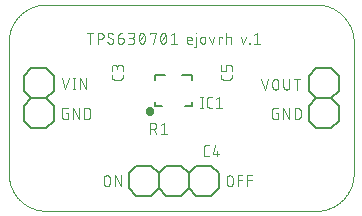
<source format=gto>
G04 EAGLE Gerber X2 export*
%TF.Part,Single*%
%TF.FileFunction,Other,Silk top*%
%TF.FilePolarity,Positive*%
%TF.GenerationSoftware,Autodesk,EAGLE,9.0.0*%
%TF.CreationDate,2018-05-03T06:24:42Z*%
G75*
%MOMM*%
%FSLAX35Y35*%
%LPD*%
%AMOC8*
5,1,8,0,0,1.08239X$1,22.5*%
G01*
%ADD10C,0.000000*%
%ADD11C,0.076200*%
%ADD12C,0.500000*%
%ADD13C,0.127000*%
%ADD14C,0.152400*%
%ADD15C,0.101600*%


D10*
X1016000Y1587500D02*
X1016093Y1579828D01*
X1016371Y1572161D01*
X1016834Y1564502D01*
X1017482Y1556857D01*
X1018315Y1549230D01*
X1019332Y1541625D01*
X1020532Y1534047D01*
X1021915Y1526500D01*
X1023480Y1518989D01*
X1025226Y1511517D01*
X1027152Y1504090D01*
X1029257Y1496712D01*
X1031540Y1489387D01*
X1033998Y1482119D01*
X1036632Y1474913D01*
X1039440Y1467772D01*
X1042418Y1460702D01*
X1045567Y1453705D01*
X1048884Y1446787D01*
X1052368Y1439950D01*
X1056015Y1433200D01*
X1059825Y1426540D01*
X1063794Y1419974D01*
X1067921Y1413506D01*
X1072203Y1407139D01*
X1076637Y1400878D01*
X1081222Y1394726D01*
X1085953Y1388686D01*
X1090830Y1382763D01*
X1095848Y1376959D01*
X1101005Y1371277D01*
X1106297Y1365723D01*
X1111723Y1360297D01*
X1117277Y1355005D01*
X1122959Y1349848D01*
X1128763Y1344830D01*
X1134686Y1339953D01*
X1140726Y1335222D01*
X1146878Y1330637D01*
X1153139Y1326203D01*
X1159506Y1321921D01*
X1165974Y1317794D01*
X1172540Y1313825D01*
X1179200Y1310015D01*
X1185950Y1306368D01*
X1192787Y1302884D01*
X1199705Y1299567D01*
X1206702Y1296418D01*
X1213772Y1293440D01*
X1220913Y1290632D01*
X1228119Y1287998D01*
X1235387Y1285540D01*
X1242712Y1283257D01*
X1250090Y1281152D01*
X1257517Y1279226D01*
X1264989Y1277480D01*
X1272500Y1275915D01*
X1280047Y1274532D01*
X1287625Y1273332D01*
X1295230Y1272315D01*
X1302857Y1271482D01*
X1310502Y1270834D01*
X1318161Y1270371D01*
X1325828Y1270093D01*
X1333500Y1270000D01*
X1016000Y2698750D02*
X1016093Y2706422D01*
X1016371Y2714089D01*
X1016834Y2721748D01*
X1017482Y2729393D01*
X1018315Y2737020D01*
X1019332Y2744625D01*
X1020532Y2752203D01*
X1021915Y2759750D01*
X1023480Y2767261D01*
X1025226Y2774733D01*
X1027152Y2782160D01*
X1029257Y2789538D01*
X1031540Y2796863D01*
X1033998Y2804131D01*
X1036632Y2811337D01*
X1039440Y2818478D01*
X1042418Y2825548D01*
X1045567Y2832545D01*
X1048884Y2839463D01*
X1052368Y2846300D01*
X1056015Y2853050D01*
X1059825Y2859710D01*
X1063794Y2866276D01*
X1067921Y2872744D01*
X1072203Y2879111D01*
X1076637Y2885372D01*
X1081222Y2891524D01*
X1085953Y2897564D01*
X1090830Y2903487D01*
X1095848Y2909291D01*
X1101005Y2914973D01*
X1106297Y2920527D01*
X1111723Y2925953D01*
X1117277Y2931245D01*
X1122959Y2936402D01*
X1128763Y2941420D01*
X1134686Y2946297D01*
X1140726Y2951028D01*
X1146878Y2955613D01*
X1153139Y2960047D01*
X1159506Y2964329D01*
X1165974Y2968456D01*
X1172540Y2972425D01*
X1179200Y2976235D01*
X1185950Y2979882D01*
X1192787Y2983366D01*
X1199705Y2986683D01*
X1206702Y2989832D01*
X1213772Y2992810D01*
X1220913Y2995618D01*
X1228119Y2998252D01*
X1235387Y3000710D01*
X1242712Y3002993D01*
X1250090Y3005098D01*
X1257517Y3007024D01*
X1264989Y3008770D01*
X1272500Y3010335D01*
X1280047Y3011718D01*
X1287625Y3012918D01*
X1295230Y3013935D01*
X1302857Y3014768D01*
X1310502Y3015416D01*
X1318161Y3015879D01*
X1325828Y3016157D01*
X1333500Y3016250D01*
X3619500Y3016250D02*
X3627172Y3016157D01*
X3634839Y3015879D01*
X3642498Y3015416D01*
X3650143Y3014768D01*
X3657770Y3013935D01*
X3665375Y3012918D01*
X3672953Y3011718D01*
X3680500Y3010335D01*
X3688011Y3008770D01*
X3695483Y3007024D01*
X3702910Y3005098D01*
X3710288Y3002993D01*
X3717613Y3000710D01*
X3724881Y2998252D01*
X3732087Y2995618D01*
X3739228Y2992810D01*
X3746298Y2989832D01*
X3753295Y2986683D01*
X3760213Y2983366D01*
X3767050Y2979882D01*
X3773800Y2976235D01*
X3780460Y2972425D01*
X3787026Y2968456D01*
X3793494Y2964329D01*
X3799861Y2960047D01*
X3806122Y2955613D01*
X3812274Y2951028D01*
X3818314Y2946297D01*
X3824237Y2941420D01*
X3830041Y2936402D01*
X3835723Y2931245D01*
X3841277Y2925953D01*
X3846703Y2920527D01*
X3851995Y2914973D01*
X3857152Y2909291D01*
X3862170Y2903487D01*
X3867047Y2897564D01*
X3871778Y2891524D01*
X3876363Y2885372D01*
X3880797Y2879111D01*
X3885079Y2872744D01*
X3889206Y2866276D01*
X3893175Y2859710D01*
X3896985Y2853050D01*
X3900632Y2846300D01*
X3904116Y2839463D01*
X3907433Y2832545D01*
X3910582Y2825548D01*
X3913560Y2818478D01*
X3916368Y2811337D01*
X3919002Y2804131D01*
X3921460Y2796863D01*
X3923743Y2789538D01*
X3925848Y2782160D01*
X3927774Y2774733D01*
X3929520Y2767261D01*
X3931085Y2759750D01*
X3932468Y2752203D01*
X3933668Y2744625D01*
X3934685Y2737020D01*
X3935518Y2729393D01*
X3936166Y2721748D01*
X3936629Y2714089D01*
X3936907Y2706422D01*
X3937000Y2698750D01*
X3937000Y1587500D02*
X3936907Y1579828D01*
X3936629Y1572161D01*
X3936166Y1564502D01*
X3935518Y1556857D01*
X3934685Y1549230D01*
X3933668Y1541625D01*
X3932468Y1534047D01*
X3931085Y1526500D01*
X3929520Y1518989D01*
X3927774Y1511517D01*
X3925848Y1504090D01*
X3923743Y1496712D01*
X3921460Y1489387D01*
X3919002Y1482119D01*
X3916368Y1474913D01*
X3913560Y1467772D01*
X3910582Y1460702D01*
X3907433Y1453705D01*
X3904116Y1446787D01*
X3900632Y1439950D01*
X3896985Y1433200D01*
X3893175Y1426540D01*
X3889206Y1419974D01*
X3885079Y1413506D01*
X3880797Y1407139D01*
X3876363Y1400878D01*
X3871778Y1394726D01*
X3867047Y1388686D01*
X3862170Y1382763D01*
X3857152Y1376959D01*
X3851995Y1371277D01*
X3846703Y1365723D01*
X3841277Y1360297D01*
X3835723Y1355005D01*
X3830041Y1349848D01*
X3824237Y1344830D01*
X3818314Y1339953D01*
X3812274Y1335222D01*
X3806122Y1330637D01*
X3799861Y1326203D01*
X3793494Y1321921D01*
X3787026Y1317794D01*
X3780460Y1313825D01*
X3773800Y1310015D01*
X3767050Y1306368D01*
X3760213Y1302884D01*
X3753295Y1299567D01*
X3746298Y1296418D01*
X3739228Y1293440D01*
X3732087Y1290632D01*
X3724881Y1287998D01*
X3717613Y1285540D01*
X3710288Y1283257D01*
X3702910Y1281152D01*
X3695483Y1279226D01*
X3688011Y1277480D01*
X3680500Y1275915D01*
X3672953Y1274532D01*
X3665375Y1273332D01*
X3657770Y1272315D01*
X3650143Y1271482D01*
X3642498Y1270834D01*
X3634839Y1270371D01*
X3627172Y1270093D01*
X3619500Y1270000D01*
X3619500Y3016250D02*
X1333500Y3016250D01*
X1016000Y2698750D02*
X1016000Y1587500D01*
X1333500Y1270000D02*
X3619500Y1270000D01*
X3937000Y1587500D02*
X3937000Y2698750D01*
D11*
X1820368Y1544529D02*
X1820368Y1503471D01*
X1820368Y1544529D02*
X1820376Y1545154D01*
X1820398Y1545778D01*
X1820436Y1546402D01*
X1820490Y1547025D01*
X1820558Y1547646D01*
X1820641Y1548265D01*
X1820740Y1548882D01*
X1820853Y1549497D01*
X1820982Y1550108D01*
X1821125Y1550717D01*
X1821283Y1551321D01*
X1821456Y1551922D01*
X1821643Y1552518D01*
X1821845Y1553110D01*
X1822061Y1553696D01*
X1822292Y1554277D01*
X1822536Y1554852D01*
X1822794Y1555421D01*
X1823066Y1555984D01*
X1823352Y1556539D01*
X1823651Y1557088D01*
X1823964Y1557629D01*
X1824289Y1558163D01*
X1824628Y1558688D01*
X1824979Y1559205D01*
X1825343Y1559713D01*
X1825718Y1560212D01*
X1826106Y1560702D01*
X1826506Y1561183D01*
X1826917Y1561653D01*
X1827340Y1562113D01*
X1827774Y1562563D01*
X1828218Y1563002D01*
X1828673Y1563431D01*
X1829139Y1563848D01*
X1829614Y1564253D01*
X1830100Y1564647D01*
X1830594Y1565029D01*
X1831098Y1565399D01*
X1831611Y1565756D01*
X1832132Y1566101D01*
X1832661Y1566433D01*
X1833199Y1566752D01*
X1833743Y1567058D01*
X1834296Y1567350D01*
X1834855Y1567629D01*
X1835421Y1567895D01*
X1835993Y1568146D01*
X1836571Y1568383D01*
X1837155Y1568607D01*
X1837744Y1568816D01*
X1838337Y1569010D01*
X1838936Y1569190D01*
X1839538Y1569356D01*
X1840145Y1569506D01*
X1840755Y1569642D01*
X1841368Y1569763D01*
X1841984Y1569869D01*
X1842602Y1569960D01*
X1843222Y1570036D01*
X1843844Y1570097D01*
X1844468Y1570142D01*
X1845092Y1570173D01*
X1845717Y1570188D01*
X1846341Y1570188D01*
X1846966Y1570173D01*
X1847590Y1570142D01*
X1848214Y1570097D01*
X1848836Y1570036D01*
X1849456Y1569960D01*
X1850074Y1569869D01*
X1850690Y1569763D01*
X1851303Y1569642D01*
X1851913Y1569506D01*
X1852520Y1569356D01*
X1853122Y1569190D01*
X1853721Y1569010D01*
X1854314Y1568816D01*
X1854903Y1568607D01*
X1855487Y1568383D01*
X1856065Y1568146D01*
X1856637Y1567895D01*
X1857203Y1567629D01*
X1857762Y1567350D01*
X1858315Y1567058D01*
X1858860Y1566752D01*
X1859397Y1566433D01*
X1859926Y1566101D01*
X1860447Y1565756D01*
X1860960Y1565399D01*
X1861464Y1565029D01*
X1861958Y1564647D01*
X1862444Y1564253D01*
X1862919Y1563848D01*
X1863385Y1563431D01*
X1863840Y1563002D01*
X1864284Y1562563D01*
X1864718Y1562113D01*
X1865141Y1561653D01*
X1865552Y1561183D01*
X1865952Y1560702D01*
X1866340Y1560212D01*
X1866715Y1559713D01*
X1867079Y1559205D01*
X1867430Y1558688D01*
X1867769Y1558163D01*
X1868094Y1557629D01*
X1868407Y1557088D01*
X1868706Y1556539D01*
X1868992Y1555984D01*
X1869264Y1555421D01*
X1869522Y1554852D01*
X1869766Y1554277D01*
X1869997Y1553696D01*
X1870213Y1553110D01*
X1870415Y1552518D01*
X1870602Y1551922D01*
X1870775Y1551321D01*
X1870933Y1550717D01*
X1871076Y1550108D01*
X1871205Y1549497D01*
X1871318Y1548882D01*
X1871417Y1548265D01*
X1871500Y1547646D01*
X1871568Y1547025D01*
X1871622Y1546402D01*
X1871660Y1545778D01*
X1871682Y1545154D01*
X1871690Y1544529D01*
X1871690Y1503471D01*
X1871682Y1502846D01*
X1871660Y1502222D01*
X1871622Y1501598D01*
X1871568Y1500975D01*
X1871500Y1500354D01*
X1871417Y1499735D01*
X1871318Y1499118D01*
X1871205Y1498503D01*
X1871076Y1497892D01*
X1870933Y1497283D01*
X1870775Y1496679D01*
X1870602Y1496078D01*
X1870415Y1495482D01*
X1870213Y1494890D01*
X1869997Y1494304D01*
X1869766Y1493723D01*
X1869522Y1493148D01*
X1869264Y1492579D01*
X1868992Y1492016D01*
X1868706Y1491461D01*
X1868407Y1490912D01*
X1868094Y1490371D01*
X1867769Y1489837D01*
X1867430Y1489312D01*
X1867079Y1488795D01*
X1866715Y1488287D01*
X1866340Y1487788D01*
X1865952Y1487298D01*
X1865552Y1486817D01*
X1865141Y1486347D01*
X1864718Y1485887D01*
X1864284Y1485437D01*
X1863840Y1484998D01*
X1863385Y1484569D01*
X1862919Y1484152D01*
X1862444Y1483747D01*
X1861958Y1483353D01*
X1861464Y1482971D01*
X1860960Y1482601D01*
X1860447Y1482244D01*
X1859926Y1481899D01*
X1859397Y1481567D01*
X1858860Y1481248D01*
X1858315Y1480942D01*
X1857762Y1480650D01*
X1857203Y1480371D01*
X1856637Y1480105D01*
X1856065Y1479854D01*
X1855487Y1479617D01*
X1854903Y1479393D01*
X1854314Y1479184D01*
X1853721Y1478990D01*
X1853122Y1478810D01*
X1852520Y1478644D01*
X1851913Y1478494D01*
X1851303Y1478358D01*
X1850690Y1478237D01*
X1850074Y1478131D01*
X1849456Y1478040D01*
X1848836Y1477964D01*
X1848214Y1477903D01*
X1847590Y1477858D01*
X1846966Y1477827D01*
X1846341Y1477812D01*
X1845717Y1477812D01*
X1845092Y1477827D01*
X1844468Y1477858D01*
X1843844Y1477903D01*
X1843222Y1477964D01*
X1842602Y1478040D01*
X1841984Y1478131D01*
X1841368Y1478237D01*
X1840755Y1478358D01*
X1840145Y1478494D01*
X1839538Y1478644D01*
X1838936Y1478810D01*
X1838337Y1478990D01*
X1837744Y1479184D01*
X1837155Y1479393D01*
X1836571Y1479617D01*
X1835993Y1479854D01*
X1835421Y1480105D01*
X1834855Y1480371D01*
X1834296Y1480650D01*
X1833743Y1480942D01*
X1833199Y1481248D01*
X1832661Y1481567D01*
X1832132Y1481899D01*
X1831611Y1482244D01*
X1831098Y1482601D01*
X1830594Y1482971D01*
X1830100Y1483353D01*
X1829614Y1483747D01*
X1829139Y1484152D01*
X1828673Y1484569D01*
X1828218Y1484998D01*
X1827774Y1485437D01*
X1827340Y1485887D01*
X1826917Y1486347D01*
X1826506Y1486817D01*
X1826106Y1487298D01*
X1825718Y1487788D01*
X1825343Y1488287D01*
X1824979Y1488795D01*
X1824628Y1489312D01*
X1824289Y1489837D01*
X1823964Y1490371D01*
X1823651Y1490912D01*
X1823352Y1491461D01*
X1823066Y1492016D01*
X1822794Y1492579D01*
X1822536Y1493148D01*
X1822292Y1493723D01*
X1822061Y1494304D01*
X1821845Y1494890D01*
X1821643Y1495482D01*
X1821456Y1496078D01*
X1821283Y1496679D01*
X1821125Y1497283D01*
X1820982Y1497892D01*
X1820853Y1498503D01*
X1820740Y1499118D01*
X1820641Y1499735D01*
X1820558Y1500354D01*
X1820490Y1500975D01*
X1820436Y1501598D01*
X1820398Y1502222D01*
X1820376Y1502846D01*
X1820368Y1503471D01*
X1913368Y1477810D02*
X1913368Y1570190D01*
X1964690Y1477810D01*
X1964690Y1570190D01*
X2861310Y1544529D02*
X2861310Y1503471D01*
X2861310Y1544529D02*
X2861318Y1545154D01*
X2861340Y1545778D01*
X2861378Y1546402D01*
X2861432Y1547025D01*
X2861500Y1547646D01*
X2861583Y1548265D01*
X2861682Y1548882D01*
X2861795Y1549497D01*
X2861924Y1550108D01*
X2862067Y1550717D01*
X2862225Y1551321D01*
X2862398Y1551922D01*
X2862585Y1552518D01*
X2862787Y1553110D01*
X2863003Y1553696D01*
X2863234Y1554277D01*
X2863478Y1554852D01*
X2863736Y1555421D01*
X2864008Y1555984D01*
X2864294Y1556539D01*
X2864593Y1557088D01*
X2864906Y1557629D01*
X2865231Y1558163D01*
X2865570Y1558688D01*
X2865921Y1559205D01*
X2866285Y1559713D01*
X2866660Y1560212D01*
X2867048Y1560702D01*
X2867448Y1561183D01*
X2867859Y1561653D01*
X2868282Y1562113D01*
X2868716Y1562563D01*
X2869160Y1563002D01*
X2869615Y1563431D01*
X2870081Y1563848D01*
X2870556Y1564253D01*
X2871042Y1564647D01*
X2871536Y1565029D01*
X2872040Y1565399D01*
X2872553Y1565756D01*
X2873074Y1566101D01*
X2873603Y1566433D01*
X2874141Y1566752D01*
X2874685Y1567058D01*
X2875238Y1567350D01*
X2875797Y1567629D01*
X2876363Y1567895D01*
X2876935Y1568146D01*
X2877513Y1568383D01*
X2878097Y1568607D01*
X2878686Y1568816D01*
X2879279Y1569010D01*
X2879878Y1569190D01*
X2880480Y1569356D01*
X2881087Y1569506D01*
X2881697Y1569642D01*
X2882310Y1569763D01*
X2882926Y1569869D01*
X2883544Y1569960D01*
X2884164Y1570036D01*
X2884786Y1570097D01*
X2885410Y1570142D01*
X2886034Y1570173D01*
X2886659Y1570188D01*
X2887283Y1570188D01*
X2887908Y1570173D01*
X2888532Y1570142D01*
X2889156Y1570097D01*
X2889778Y1570036D01*
X2890398Y1569960D01*
X2891016Y1569869D01*
X2891632Y1569763D01*
X2892245Y1569642D01*
X2892855Y1569506D01*
X2893462Y1569356D01*
X2894064Y1569190D01*
X2894663Y1569010D01*
X2895256Y1568816D01*
X2895845Y1568607D01*
X2896429Y1568383D01*
X2897007Y1568146D01*
X2897579Y1567895D01*
X2898145Y1567629D01*
X2898704Y1567350D01*
X2899257Y1567058D01*
X2899802Y1566752D01*
X2900339Y1566433D01*
X2900868Y1566101D01*
X2901389Y1565756D01*
X2901902Y1565399D01*
X2902406Y1565029D01*
X2902900Y1564647D01*
X2903386Y1564253D01*
X2903861Y1563848D01*
X2904327Y1563431D01*
X2904782Y1563002D01*
X2905226Y1562563D01*
X2905660Y1562113D01*
X2906083Y1561653D01*
X2906494Y1561183D01*
X2906894Y1560702D01*
X2907282Y1560212D01*
X2907657Y1559713D01*
X2908021Y1559205D01*
X2908372Y1558688D01*
X2908711Y1558163D01*
X2909036Y1557629D01*
X2909349Y1557088D01*
X2909648Y1556539D01*
X2909934Y1555984D01*
X2910206Y1555421D01*
X2910464Y1554852D01*
X2910708Y1554277D01*
X2910939Y1553696D01*
X2911155Y1553110D01*
X2911357Y1552518D01*
X2911544Y1551922D01*
X2911717Y1551321D01*
X2911875Y1550717D01*
X2912018Y1550108D01*
X2912147Y1549497D01*
X2912260Y1548882D01*
X2912359Y1548265D01*
X2912442Y1547646D01*
X2912510Y1547025D01*
X2912564Y1546402D01*
X2912602Y1545778D01*
X2912624Y1545154D01*
X2912632Y1544529D01*
X2912632Y1503471D01*
X2912624Y1502846D01*
X2912602Y1502222D01*
X2912564Y1501598D01*
X2912510Y1500975D01*
X2912442Y1500354D01*
X2912359Y1499735D01*
X2912260Y1499118D01*
X2912147Y1498503D01*
X2912018Y1497892D01*
X2911875Y1497283D01*
X2911717Y1496679D01*
X2911544Y1496078D01*
X2911357Y1495482D01*
X2911155Y1494890D01*
X2910939Y1494304D01*
X2910708Y1493723D01*
X2910464Y1493148D01*
X2910206Y1492579D01*
X2909934Y1492016D01*
X2909648Y1491461D01*
X2909349Y1490912D01*
X2909036Y1490371D01*
X2908711Y1489837D01*
X2908372Y1489312D01*
X2908021Y1488795D01*
X2907657Y1488287D01*
X2907282Y1487788D01*
X2906894Y1487298D01*
X2906494Y1486817D01*
X2906083Y1486347D01*
X2905660Y1485887D01*
X2905226Y1485437D01*
X2904782Y1484998D01*
X2904327Y1484569D01*
X2903861Y1484152D01*
X2903386Y1483747D01*
X2902900Y1483353D01*
X2902406Y1482971D01*
X2901902Y1482601D01*
X2901389Y1482244D01*
X2900868Y1481899D01*
X2900339Y1481567D01*
X2899802Y1481248D01*
X2899257Y1480942D01*
X2898704Y1480650D01*
X2898145Y1480371D01*
X2897579Y1480105D01*
X2897007Y1479854D01*
X2896429Y1479617D01*
X2895845Y1479393D01*
X2895256Y1479184D01*
X2894663Y1478990D01*
X2894064Y1478810D01*
X2893462Y1478644D01*
X2892855Y1478494D01*
X2892245Y1478358D01*
X2891632Y1478237D01*
X2891016Y1478131D01*
X2890398Y1478040D01*
X2889778Y1477964D01*
X2889156Y1477903D01*
X2888532Y1477858D01*
X2887908Y1477827D01*
X2887283Y1477812D01*
X2886659Y1477812D01*
X2886034Y1477827D01*
X2885410Y1477858D01*
X2884786Y1477903D01*
X2884164Y1477964D01*
X2883544Y1478040D01*
X2882926Y1478131D01*
X2882310Y1478237D01*
X2881697Y1478358D01*
X2881087Y1478494D01*
X2880480Y1478644D01*
X2879878Y1478810D01*
X2879279Y1478990D01*
X2878686Y1479184D01*
X2878097Y1479393D01*
X2877513Y1479617D01*
X2876935Y1479854D01*
X2876363Y1480105D01*
X2875797Y1480371D01*
X2875238Y1480650D01*
X2874685Y1480942D01*
X2874141Y1481248D01*
X2873603Y1481567D01*
X2873074Y1481899D01*
X2872553Y1482244D01*
X2872040Y1482601D01*
X2871536Y1482971D01*
X2871042Y1483353D01*
X2870556Y1483747D01*
X2870081Y1484152D01*
X2869615Y1484569D01*
X2869160Y1484998D01*
X2868716Y1485437D01*
X2868282Y1485887D01*
X2867859Y1486347D01*
X2867448Y1486817D01*
X2867048Y1487298D01*
X2866660Y1487788D01*
X2866285Y1488287D01*
X2865921Y1488795D01*
X2865570Y1489312D01*
X2865231Y1489837D01*
X2864906Y1490371D01*
X2864593Y1490912D01*
X2864294Y1491461D01*
X2864008Y1492016D01*
X2863736Y1492579D01*
X2863478Y1493148D01*
X2863234Y1493723D01*
X2863003Y1494304D01*
X2862787Y1494890D01*
X2862585Y1495482D01*
X2862398Y1496078D01*
X2862225Y1496679D01*
X2862067Y1497283D01*
X2861924Y1497892D01*
X2861795Y1498503D01*
X2861682Y1499118D01*
X2861583Y1499735D01*
X2861500Y1500354D01*
X2861432Y1500975D01*
X2861378Y1501598D01*
X2861340Y1502222D01*
X2861318Y1502846D01*
X2861310Y1503471D01*
X2954483Y1477810D02*
X2954483Y1570190D01*
X2995541Y1570190D01*
X2995541Y1529132D02*
X2954483Y1529132D01*
X3032483Y1570190D02*
X3032483Y1477810D01*
X3032483Y1570190D02*
X3073541Y1570190D01*
X3073541Y1529132D02*
X3032483Y1529132D01*
X1706502Y2684310D02*
X1706502Y2776690D01*
X1680841Y2776690D02*
X1732163Y2776690D01*
X1769142Y2776690D02*
X1769142Y2684310D01*
X1769142Y2776690D02*
X1794803Y2776690D01*
X1795428Y2776682D01*
X1796052Y2776660D01*
X1796676Y2776622D01*
X1797299Y2776568D01*
X1797920Y2776500D01*
X1798539Y2776417D01*
X1799156Y2776318D01*
X1799771Y2776205D01*
X1800382Y2776076D01*
X1800991Y2775933D01*
X1801595Y2775775D01*
X1802196Y2775602D01*
X1802792Y2775415D01*
X1803384Y2775213D01*
X1803970Y2774997D01*
X1804551Y2774766D01*
X1805126Y2774522D01*
X1805695Y2774264D01*
X1806258Y2773992D01*
X1806813Y2773706D01*
X1807362Y2773407D01*
X1807903Y2773094D01*
X1808437Y2772769D01*
X1808962Y2772430D01*
X1809479Y2772079D01*
X1809987Y2771715D01*
X1810486Y2771340D01*
X1810976Y2770952D01*
X1811457Y2770552D01*
X1811927Y2770141D01*
X1812387Y2769718D01*
X1812837Y2769284D01*
X1813276Y2768840D01*
X1813705Y2768385D01*
X1814122Y2767919D01*
X1814527Y2767444D01*
X1814921Y2766958D01*
X1815303Y2766464D01*
X1815673Y2765960D01*
X1816030Y2765447D01*
X1816375Y2764926D01*
X1816707Y2764397D01*
X1817026Y2763860D01*
X1817332Y2763315D01*
X1817624Y2762762D01*
X1817903Y2762203D01*
X1818169Y2761637D01*
X1818420Y2761065D01*
X1818657Y2760487D01*
X1818881Y2759903D01*
X1819090Y2759314D01*
X1819284Y2758721D01*
X1819464Y2758122D01*
X1819630Y2757520D01*
X1819780Y2756913D01*
X1819916Y2756303D01*
X1820037Y2755690D01*
X1820143Y2755074D01*
X1820234Y2754456D01*
X1820310Y2753836D01*
X1820371Y2753214D01*
X1820416Y2752590D01*
X1820447Y2751966D01*
X1820462Y2751341D01*
X1820462Y2750717D01*
X1820447Y2750092D01*
X1820416Y2749468D01*
X1820371Y2748844D01*
X1820310Y2748222D01*
X1820234Y2747602D01*
X1820143Y2746984D01*
X1820037Y2746368D01*
X1819916Y2745755D01*
X1819780Y2745145D01*
X1819630Y2744538D01*
X1819464Y2743936D01*
X1819284Y2743337D01*
X1819090Y2742744D01*
X1818881Y2742155D01*
X1818657Y2741571D01*
X1818420Y2740993D01*
X1818169Y2740421D01*
X1817903Y2739855D01*
X1817624Y2739296D01*
X1817332Y2738743D01*
X1817026Y2738199D01*
X1816707Y2737661D01*
X1816375Y2737132D01*
X1816030Y2736611D01*
X1815673Y2736098D01*
X1815303Y2735594D01*
X1814921Y2735100D01*
X1814527Y2734614D01*
X1814122Y2734139D01*
X1813705Y2733673D01*
X1813276Y2733218D01*
X1812837Y2732774D01*
X1812387Y2732340D01*
X1811927Y2731917D01*
X1811457Y2731506D01*
X1810976Y2731106D01*
X1810486Y2730718D01*
X1809987Y2730343D01*
X1809479Y2729979D01*
X1808962Y2729628D01*
X1808437Y2729289D01*
X1807903Y2728964D01*
X1807362Y2728651D01*
X1806813Y2728352D01*
X1806258Y2728066D01*
X1805695Y2727794D01*
X1805126Y2727536D01*
X1804551Y2727292D01*
X1803970Y2727061D01*
X1803384Y2726845D01*
X1802792Y2726643D01*
X1802196Y2726456D01*
X1801595Y2726283D01*
X1800991Y2726125D01*
X1800382Y2725982D01*
X1799771Y2725853D01*
X1799156Y2725740D01*
X1798539Y2725641D01*
X1797920Y2725558D01*
X1797299Y2725490D01*
X1796676Y2725436D01*
X1796052Y2725398D01*
X1795428Y2725376D01*
X1794803Y2725368D01*
X1769142Y2725368D01*
X1882633Y2684310D02*
X1883129Y2684316D01*
X1883625Y2684334D01*
X1884120Y2684364D01*
X1884614Y2684406D01*
X1885107Y2684460D01*
X1885599Y2684525D01*
X1886089Y2684603D01*
X1886577Y2684692D01*
X1887063Y2684794D01*
X1887546Y2684907D01*
X1888026Y2685031D01*
X1888503Y2685167D01*
X1888977Y2685315D01*
X1889447Y2685474D01*
X1889913Y2685644D01*
X1890374Y2685826D01*
X1890832Y2686018D01*
X1891284Y2686222D01*
X1891731Y2686436D01*
X1892173Y2686661D01*
X1892610Y2686897D01*
X1893040Y2687144D01*
X1893465Y2687400D01*
X1893883Y2687667D01*
X1894295Y2687944D01*
X1894700Y2688231D01*
X1895097Y2688527D01*
X1895488Y2688833D01*
X1895871Y2689148D01*
X1896246Y2689473D01*
X1896614Y2689806D01*
X1896973Y2690148D01*
X1897324Y2690499D01*
X1897666Y2690858D01*
X1897999Y2691226D01*
X1898324Y2691601D01*
X1898639Y2691984D01*
X1898945Y2692375D01*
X1899241Y2692772D01*
X1899528Y2693177D01*
X1899805Y2693589D01*
X1900072Y2694007D01*
X1900328Y2694432D01*
X1900575Y2694862D01*
X1900811Y2695299D01*
X1901036Y2695741D01*
X1901250Y2696188D01*
X1901454Y2696640D01*
X1901646Y2697098D01*
X1901828Y2697559D01*
X1901998Y2698025D01*
X1902157Y2698495D01*
X1902305Y2698969D01*
X1902441Y2699446D01*
X1902565Y2699926D01*
X1902678Y2700409D01*
X1902780Y2700895D01*
X1902869Y2701383D01*
X1902947Y2701873D01*
X1903012Y2702365D01*
X1903066Y2702858D01*
X1903108Y2703352D01*
X1903138Y2703847D01*
X1903156Y2704343D01*
X1903162Y2704839D01*
X1882633Y2684310D02*
X1881595Y2684322D01*
X1880559Y2684360D01*
X1879523Y2684422D01*
X1878489Y2684508D01*
X1877457Y2684620D01*
X1876429Y2684756D01*
X1875404Y2684917D01*
X1874383Y2685102D01*
X1873366Y2685312D01*
X1872355Y2685545D01*
X1871350Y2685803D01*
X1870352Y2686085D01*
X1869360Y2686391D01*
X1868376Y2686720D01*
X1867401Y2687073D01*
X1866434Y2687449D01*
X1865476Y2687848D01*
X1864528Y2688270D01*
X1863590Y2688715D01*
X1862664Y2689181D01*
X1861748Y2689670D01*
X1860845Y2690181D01*
X1859954Y2690713D01*
X1859076Y2691266D01*
X1858212Y2691840D01*
X1857362Y2692434D01*
X1856526Y2693049D01*
X1855705Y2693683D01*
X1854899Y2694337D01*
X1854109Y2695011D01*
X1853336Y2695702D01*
X1852579Y2696412D01*
X1851840Y2697140D01*
X1854406Y2756161D02*
X1854412Y2756657D01*
X1854430Y2757153D01*
X1854460Y2757648D01*
X1854502Y2758142D01*
X1854556Y2758636D01*
X1854621Y2759127D01*
X1854699Y2759617D01*
X1854788Y2760105D01*
X1854890Y2760591D01*
X1855003Y2761074D01*
X1855127Y2761554D01*
X1855263Y2762031D01*
X1855411Y2762505D01*
X1855570Y2762975D01*
X1855740Y2763441D01*
X1855922Y2763902D01*
X1856114Y2764360D01*
X1856318Y2764812D01*
X1856532Y2765259D01*
X1856758Y2765701D01*
X1856993Y2766138D01*
X1857240Y2766568D01*
X1857496Y2766993D01*
X1857763Y2767411D01*
X1858040Y2767823D01*
X1858327Y2768228D01*
X1858623Y2768626D01*
X1858929Y2769016D01*
X1859244Y2769399D01*
X1859569Y2769774D01*
X1859902Y2770142D01*
X1860245Y2770501D01*
X1860595Y2770852D01*
X1860955Y2771194D01*
X1861322Y2771527D01*
X1861697Y2771852D01*
X1862080Y2772167D01*
X1862471Y2772473D01*
X1862869Y2772769D01*
X1863273Y2773056D01*
X1863685Y2773333D01*
X1864103Y2773600D01*
X1864528Y2773856D01*
X1864958Y2774103D01*
X1865395Y2774339D01*
X1865837Y2774564D01*
X1866284Y2774778D01*
X1866737Y2774982D01*
X1867194Y2775175D01*
X1867656Y2775356D01*
X1868121Y2775526D01*
X1868591Y2775685D01*
X1869065Y2775833D01*
X1869542Y2775969D01*
X1870022Y2776094D01*
X1870505Y2776206D01*
X1870991Y2776308D01*
X1871479Y2776397D01*
X1871969Y2776475D01*
X1872461Y2776540D01*
X1872954Y2776594D01*
X1873448Y2776636D01*
X1873943Y2776666D01*
X1874439Y2776684D01*
X1874935Y2776690D01*
X1875852Y2776679D01*
X1876769Y2776646D01*
X1877684Y2776592D01*
X1878599Y2776515D01*
X1879511Y2776417D01*
X1880420Y2776297D01*
X1881327Y2776155D01*
X1882229Y2775992D01*
X1883128Y2775808D01*
X1884022Y2775602D01*
X1884911Y2775375D01*
X1885794Y2775126D01*
X1886671Y2774857D01*
X1887541Y2774567D01*
X1888404Y2774256D01*
X1889260Y2773925D01*
X1890107Y2773573D01*
X1890946Y2773202D01*
X1891775Y2772810D01*
X1892595Y2772399D01*
X1893405Y2771969D01*
X1894205Y2771519D01*
X1894993Y2771050D01*
X1895771Y2770563D01*
X1896536Y2770057D01*
X1897289Y2769533D01*
X1898030Y2768992D01*
X1864670Y2738198D02*
X1864240Y2738459D01*
X1863816Y2738730D01*
X1863398Y2739011D01*
X1862987Y2739303D01*
X1862584Y2739604D01*
X1862188Y2739915D01*
X1861799Y2740235D01*
X1861419Y2740564D01*
X1861046Y2740903D01*
X1860682Y2741250D01*
X1860326Y2741607D01*
X1859979Y2741971D01*
X1859641Y2742344D01*
X1859312Y2742725D01*
X1858992Y2743114D01*
X1858682Y2743511D01*
X1858382Y2743915D01*
X1858091Y2744325D01*
X1857810Y2744743D01*
X1857539Y2745168D01*
X1857279Y2745599D01*
X1857029Y2746036D01*
X1856790Y2746479D01*
X1856562Y2746928D01*
X1856344Y2747382D01*
X1856138Y2747841D01*
X1855943Y2748305D01*
X1855759Y2748773D01*
X1855586Y2749246D01*
X1855425Y2749723D01*
X1855275Y2750204D01*
X1855137Y2750688D01*
X1855011Y2751175D01*
X1854896Y2751666D01*
X1854794Y2752158D01*
X1854703Y2752654D01*
X1854624Y2753151D01*
X1854558Y2753650D01*
X1854503Y2754150D01*
X1854461Y2754652D01*
X1854430Y2755155D01*
X1854412Y2755658D01*
X1854406Y2756161D01*
X1892897Y2722801D02*
X1893328Y2722541D01*
X1893752Y2722270D01*
X1894170Y2721988D01*
X1894580Y2721697D01*
X1894984Y2721396D01*
X1895380Y2721085D01*
X1895768Y2720765D01*
X1896149Y2720435D01*
X1896521Y2720097D01*
X1896886Y2719749D01*
X1897241Y2719393D01*
X1897589Y2719028D01*
X1897927Y2718655D01*
X1898256Y2718274D01*
X1898575Y2717886D01*
X1898886Y2717489D01*
X1899186Y2717085D01*
X1899477Y2716674D01*
X1899758Y2716256D01*
X1900028Y2715832D01*
X1900289Y2715401D01*
X1900538Y2714964D01*
X1900778Y2714521D01*
X1901006Y2714072D01*
X1901223Y2713618D01*
X1901430Y2713159D01*
X1901625Y2712695D01*
X1901809Y2712227D01*
X1901982Y2711754D01*
X1902143Y2711277D01*
X1902293Y2710796D01*
X1902431Y2710312D01*
X1902557Y2709825D01*
X1902672Y2709334D01*
X1902774Y2708841D01*
X1902865Y2708346D01*
X1902944Y2707849D01*
X1903010Y2707350D01*
X1903065Y2706850D01*
X1903107Y2706348D01*
X1903138Y2705845D01*
X1903156Y2705342D01*
X1903162Y2704839D01*
X1892898Y2722802D02*
X1864670Y2738198D01*
X1938840Y2735632D02*
X1969633Y2735632D01*
X1970129Y2735626D01*
X1970625Y2735608D01*
X1971120Y2735578D01*
X1971614Y2735536D01*
X1972107Y2735482D01*
X1972599Y2735417D01*
X1973089Y2735339D01*
X1973577Y2735250D01*
X1974063Y2735148D01*
X1974546Y2735035D01*
X1975026Y2734911D01*
X1975503Y2734775D01*
X1975977Y2734627D01*
X1976447Y2734468D01*
X1976913Y2734298D01*
X1977374Y2734116D01*
X1977832Y2733924D01*
X1978284Y2733720D01*
X1978731Y2733506D01*
X1979173Y2733281D01*
X1979610Y2733045D01*
X1980040Y2732798D01*
X1980465Y2732542D01*
X1980883Y2732275D01*
X1981295Y2731998D01*
X1981700Y2731711D01*
X1982097Y2731415D01*
X1982488Y2731109D01*
X1982871Y2730794D01*
X1983246Y2730469D01*
X1983614Y2730136D01*
X1983973Y2729794D01*
X1984324Y2729443D01*
X1984666Y2729084D01*
X1984999Y2728716D01*
X1985324Y2728341D01*
X1985639Y2727958D01*
X1985945Y2727567D01*
X1986241Y2727170D01*
X1986528Y2726765D01*
X1986805Y2726353D01*
X1987072Y2725935D01*
X1987328Y2725510D01*
X1987575Y2725080D01*
X1987811Y2724643D01*
X1988036Y2724201D01*
X1988250Y2723754D01*
X1988454Y2723302D01*
X1988646Y2722844D01*
X1988828Y2722383D01*
X1988998Y2721917D01*
X1989157Y2721447D01*
X1989305Y2720973D01*
X1989441Y2720496D01*
X1989565Y2720016D01*
X1989678Y2719533D01*
X1989780Y2719047D01*
X1989869Y2718559D01*
X1989947Y2718069D01*
X1990012Y2717577D01*
X1990066Y2717084D01*
X1990108Y2716590D01*
X1990138Y2716095D01*
X1990156Y2715599D01*
X1990162Y2715103D01*
X1990162Y2709971D01*
X1990154Y2709346D01*
X1990132Y2708722D01*
X1990094Y2708098D01*
X1990040Y2707475D01*
X1989972Y2706854D01*
X1989889Y2706235D01*
X1989790Y2705618D01*
X1989677Y2705003D01*
X1989548Y2704392D01*
X1989405Y2703783D01*
X1989247Y2703179D01*
X1989074Y2702578D01*
X1988887Y2701982D01*
X1988685Y2701390D01*
X1988469Y2700804D01*
X1988238Y2700223D01*
X1987994Y2699648D01*
X1987736Y2699079D01*
X1987464Y2698516D01*
X1987178Y2697961D01*
X1986879Y2697412D01*
X1986566Y2696871D01*
X1986241Y2696337D01*
X1985902Y2695812D01*
X1985551Y2695295D01*
X1985187Y2694787D01*
X1984812Y2694288D01*
X1984424Y2693798D01*
X1984024Y2693317D01*
X1983613Y2692847D01*
X1983190Y2692387D01*
X1982756Y2691937D01*
X1982312Y2691498D01*
X1981857Y2691069D01*
X1981391Y2690652D01*
X1980916Y2690247D01*
X1980430Y2689853D01*
X1979936Y2689471D01*
X1979432Y2689101D01*
X1978919Y2688744D01*
X1978398Y2688399D01*
X1977869Y2688067D01*
X1977332Y2687748D01*
X1976787Y2687442D01*
X1976234Y2687150D01*
X1975675Y2686871D01*
X1975109Y2686605D01*
X1974537Y2686354D01*
X1973959Y2686117D01*
X1973375Y2685893D01*
X1972786Y2685684D01*
X1972193Y2685490D01*
X1971594Y2685310D01*
X1970992Y2685144D01*
X1970385Y2684994D01*
X1969775Y2684858D01*
X1969162Y2684737D01*
X1968546Y2684631D01*
X1967928Y2684540D01*
X1967308Y2684464D01*
X1966686Y2684403D01*
X1966062Y2684358D01*
X1965438Y2684327D01*
X1964813Y2684312D01*
X1964189Y2684312D01*
X1963564Y2684327D01*
X1962940Y2684358D01*
X1962316Y2684403D01*
X1961694Y2684464D01*
X1961074Y2684540D01*
X1960456Y2684631D01*
X1959840Y2684737D01*
X1959227Y2684858D01*
X1958617Y2684994D01*
X1958010Y2685144D01*
X1957408Y2685310D01*
X1956809Y2685490D01*
X1956216Y2685684D01*
X1955627Y2685893D01*
X1955043Y2686117D01*
X1954465Y2686354D01*
X1953893Y2686605D01*
X1953327Y2686871D01*
X1952768Y2687150D01*
X1952215Y2687442D01*
X1951671Y2687748D01*
X1951133Y2688067D01*
X1950604Y2688399D01*
X1950083Y2688744D01*
X1949570Y2689101D01*
X1949066Y2689471D01*
X1948572Y2689853D01*
X1948086Y2690247D01*
X1947611Y2690652D01*
X1947145Y2691069D01*
X1946690Y2691498D01*
X1946246Y2691937D01*
X1945812Y2692387D01*
X1945389Y2692847D01*
X1944978Y2693317D01*
X1944578Y2693798D01*
X1944190Y2694288D01*
X1943815Y2694787D01*
X1943451Y2695295D01*
X1943100Y2695812D01*
X1942761Y2696337D01*
X1942436Y2696871D01*
X1942123Y2697412D01*
X1941824Y2697961D01*
X1941538Y2698516D01*
X1941266Y2699079D01*
X1941008Y2699648D01*
X1940764Y2700223D01*
X1940533Y2700804D01*
X1940317Y2701390D01*
X1940115Y2701982D01*
X1939928Y2702578D01*
X1939755Y2703179D01*
X1939597Y2703783D01*
X1939454Y2704392D01*
X1939325Y2705003D01*
X1939212Y2705618D01*
X1939113Y2706235D01*
X1939030Y2706854D01*
X1938962Y2707475D01*
X1938908Y2708098D01*
X1938870Y2708722D01*
X1938848Y2709346D01*
X1938840Y2709971D01*
X1938840Y2735632D01*
X1938852Y2736640D01*
X1938889Y2737647D01*
X1938951Y2738652D01*
X1939038Y2739656D01*
X1939149Y2740658D01*
X1939284Y2741656D01*
X1939444Y2742651D01*
X1939629Y2743642D01*
X1939838Y2744628D01*
X1940070Y2745608D01*
X1940327Y2746583D01*
X1940608Y2747550D01*
X1940912Y2748511D01*
X1941240Y2749464D01*
X1941591Y2750409D01*
X1941965Y2751344D01*
X1942362Y2752270D01*
X1942782Y2753186D01*
X1943224Y2754092D01*
X1943688Y2754987D01*
X1944174Y2755869D01*
X1944681Y2756740D01*
X1945210Y2757598D01*
X1945759Y2758443D01*
X1946330Y2759273D01*
X1946920Y2760090D01*
X1947530Y2760892D01*
X1948160Y2761679D01*
X1948808Y2762450D01*
X1949476Y2763205D01*
X1950162Y2763943D01*
X1950865Y2764664D01*
X1951587Y2765368D01*
X1952325Y2766054D01*
X1953080Y2766721D01*
X1953851Y2767370D01*
X1954638Y2768000D01*
X1955440Y2768610D01*
X1956256Y2769200D01*
X1957087Y2769770D01*
X1957932Y2770320D01*
X1958790Y2770849D01*
X1959660Y2771356D01*
X1960543Y2771842D01*
X1961438Y2772306D01*
X1962343Y2772748D01*
X1963259Y2773168D01*
X1964186Y2773565D01*
X1965121Y2773939D01*
X1966066Y2774290D01*
X1967019Y2774618D01*
X1967979Y2774922D01*
X1968947Y2775203D01*
X1969921Y2775459D01*
X1970902Y2775692D01*
X1971888Y2775901D01*
X1972878Y2776085D01*
X1973873Y2776246D01*
X1974872Y2776381D01*
X1975873Y2776492D01*
X1976877Y2776579D01*
X1977883Y2776641D01*
X1978890Y2776678D01*
X1979898Y2776690D01*
X2028839Y2684310D02*
X2054500Y2684310D01*
X2055125Y2684318D01*
X2055749Y2684340D01*
X2056373Y2684378D01*
X2056996Y2684432D01*
X2057617Y2684500D01*
X2058236Y2684583D01*
X2058853Y2684682D01*
X2059468Y2684795D01*
X2060079Y2684924D01*
X2060688Y2685067D01*
X2061292Y2685225D01*
X2061893Y2685398D01*
X2062489Y2685585D01*
X2063081Y2685787D01*
X2063667Y2686003D01*
X2064248Y2686234D01*
X2064823Y2686478D01*
X2065392Y2686736D01*
X2065955Y2687008D01*
X2066510Y2687294D01*
X2067059Y2687593D01*
X2067600Y2687906D01*
X2068134Y2688231D01*
X2068659Y2688570D01*
X2069176Y2688921D01*
X2069684Y2689285D01*
X2070183Y2689660D01*
X2070673Y2690048D01*
X2071154Y2690448D01*
X2071624Y2690859D01*
X2072084Y2691282D01*
X2072534Y2691716D01*
X2072973Y2692160D01*
X2073402Y2692615D01*
X2073819Y2693081D01*
X2074224Y2693556D01*
X2074618Y2694042D01*
X2075000Y2694536D01*
X2075370Y2695040D01*
X2075727Y2695553D01*
X2076072Y2696074D01*
X2076404Y2696603D01*
X2076723Y2697141D01*
X2077029Y2697685D01*
X2077321Y2698238D01*
X2077600Y2698797D01*
X2077866Y2699363D01*
X2078117Y2699935D01*
X2078354Y2700513D01*
X2078578Y2701097D01*
X2078787Y2701686D01*
X2078981Y2702279D01*
X2079161Y2702878D01*
X2079327Y2703480D01*
X2079477Y2704087D01*
X2079613Y2704697D01*
X2079734Y2705310D01*
X2079840Y2705926D01*
X2079931Y2706544D01*
X2080007Y2707164D01*
X2080068Y2707786D01*
X2080113Y2708410D01*
X2080144Y2709034D01*
X2080159Y2709659D01*
X2080159Y2710283D01*
X2080144Y2710908D01*
X2080113Y2711532D01*
X2080068Y2712156D01*
X2080007Y2712778D01*
X2079931Y2713398D01*
X2079840Y2714016D01*
X2079734Y2714632D01*
X2079613Y2715245D01*
X2079477Y2715855D01*
X2079327Y2716462D01*
X2079161Y2717064D01*
X2078981Y2717663D01*
X2078787Y2718256D01*
X2078578Y2718845D01*
X2078354Y2719429D01*
X2078117Y2720007D01*
X2077866Y2720579D01*
X2077600Y2721145D01*
X2077321Y2721704D01*
X2077029Y2722257D01*
X2076723Y2722802D01*
X2076404Y2723339D01*
X2076072Y2723868D01*
X2075727Y2724389D01*
X2075370Y2724902D01*
X2075000Y2725406D01*
X2074618Y2725900D01*
X2074224Y2726386D01*
X2073819Y2726861D01*
X2073402Y2727327D01*
X2072973Y2727782D01*
X2072534Y2728226D01*
X2072084Y2728660D01*
X2071624Y2729083D01*
X2071154Y2729494D01*
X2070673Y2729894D01*
X2070183Y2730282D01*
X2069684Y2730657D01*
X2069176Y2731021D01*
X2068659Y2731372D01*
X2068134Y2731711D01*
X2067600Y2732036D01*
X2067059Y2732349D01*
X2066510Y2732648D01*
X2065955Y2732934D01*
X2065392Y2733206D01*
X2064823Y2733464D01*
X2064248Y2733708D01*
X2063667Y2733939D01*
X2063081Y2734155D01*
X2062489Y2734357D01*
X2061893Y2734544D01*
X2061292Y2734717D01*
X2060688Y2734875D01*
X2060079Y2735018D01*
X2059468Y2735147D01*
X2058853Y2735260D01*
X2058236Y2735359D01*
X2057617Y2735442D01*
X2056996Y2735510D01*
X2056373Y2735564D01*
X2055749Y2735602D01*
X2055125Y2735624D01*
X2054500Y2735632D01*
X2059633Y2776690D02*
X2028839Y2776690D01*
X2059633Y2776690D02*
X2060133Y2776684D01*
X2060633Y2776666D01*
X2061132Y2776635D01*
X2061630Y2776593D01*
X2062127Y2776538D01*
X2062622Y2776471D01*
X2063116Y2776392D01*
X2063607Y2776302D01*
X2064097Y2776199D01*
X2064583Y2776084D01*
X2065067Y2775958D01*
X2065547Y2775820D01*
X2066024Y2775670D01*
X2066498Y2775508D01*
X2066967Y2775335D01*
X2067431Y2775151D01*
X2067891Y2774956D01*
X2068347Y2774749D01*
X2068797Y2774531D01*
X2069241Y2774303D01*
X2069680Y2774063D01*
X2070113Y2773813D01*
X2070540Y2773553D01*
X2070960Y2773282D01*
X2071374Y2773001D01*
X2071780Y2772710D01*
X2072180Y2772410D01*
X2072572Y2772099D01*
X2072956Y2771779D01*
X2073332Y2771450D01*
X2073701Y2771112D01*
X2074061Y2770765D01*
X2074412Y2770410D01*
X2074754Y2770046D01*
X2075088Y2769673D01*
X2075413Y2769293D01*
X2075728Y2768905D01*
X2076033Y2768509D01*
X2076329Y2768106D01*
X2076615Y2767696D01*
X2076891Y2767279D01*
X2077156Y2766855D01*
X2077412Y2766426D01*
X2077656Y2765990D01*
X2077890Y2765548D01*
X2078113Y2765100D01*
X2078326Y2764648D01*
X2078527Y2764190D01*
X2078717Y2763728D01*
X2078895Y2763261D01*
X2079062Y2762789D01*
X2079218Y2762314D01*
X2079362Y2761836D01*
X2079494Y2761353D01*
X2079615Y2760868D01*
X2079724Y2760380D01*
X2079821Y2759890D01*
X2079905Y2759397D01*
X2079978Y2758903D01*
X2080039Y2758406D01*
X2080087Y2757909D01*
X2080124Y2757410D01*
X2080148Y2756911D01*
X2080160Y2756411D01*
X2080160Y2755911D01*
X2080148Y2755411D01*
X2080124Y2754912D01*
X2080087Y2754413D01*
X2080039Y2753916D01*
X2079978Y2753419D01*
X2079905Y2752925D01*
X2079821Y2752432D01*
X2079724Y2751942D01*
X2079615Y2751454D01*
X2079494Y2750969D01*
X2079362Y2750486D01*
X2079218Y2750008D01*
X2079062Y2749533D01*
X2078895Y2749061D01*
X2078717Y2748594D01*
X2078527Y2748132D01*
X2078326Y2747674D01*
X2078113Y2747222D01*
X2077890Y2746774D01*
X2077656Y2746332D01*
X2077412Y2745897D01*
X2077156Y2745467D01*
X2076891Y2745043D01*
X2076615Y2744626D01*
X2076329Y2744216D01*
X2076033Y2743813D01*
X2075728Y2743417D01*
X2075413Y2743029D01*
X2075088Y2742649D01*
X2074754Y2742276D01*
X2074412Y2741912D01*
X2074061Y2741557D01*
X2073701Y2741210D01*
X2073332Y2740872D01*
X2072956Y2740543D01*
X2072572Y2740223D01*
X2072180Y2739912D01*
X2071780Y2739612D01*
X2071374Y2739321D01*
X2070960Y2739040D01*
X2070540Y2738769D01*
X2070113Y2738509D01*
X2069680Y2738259D01*
X2069241Y2738019D01*
X2068797Y2737791D01*
X2068347Y2737573D01*
X2067891Y2737366D01*
X2067431Y2737171D01*
X2066967Y2736987D01*
X2066498Y2736814D01*
X2066024Y2736652D01*
X2065547Y2736502D01*
X2065067Y2736364D01*
X2064583Y2736238D01*
X2064097Y2736123D01*
X2063607Y2736020D01*
X2063116Y2735930D01*
X2062622Y2735851D01*
X2062127Y2735784D01*
X2061630Y2735729D01*
X2061132Y2735687D01*
X2060633Y2735656D01*
X2060133Y2735638D01*
X2059633Y2735632D01*
X2039104Y2735632D01*
X2118839Y2730500D02*
X2118861Y2732317D01*
X2118926Y2734133D01*
X2119034Y2735948D01*
X2119186Y2737759D01*
X2119381Y2739566D01*
X2119619Y2741367D01*
X2119900Y2743163D01*
X2120223Y2744951D01*
X2120589Y2746731D01*
X2120998Y2748502D01*
X2121449Y2750263D01*
X2121942Y2752012D01*
X2122476Y2753749D01*
X2123052Y2755473D01*
X2123668Y2757183D01*
X2124325Y2758877D01*
X2125023Y2760555D01*
X2125760Y2762216D01*
X2126537Y2763859D01*
X2126537Y2763860D02*
X2126693Y2764295D01*
X2126858Y2764726D01*
X2127034Y2765153D01*
X2127221Y2765575D01*
X2127417Y2765993D01*
X2127624Y2766406D01*
X2127841Y2766814D01*
X2128067Y2767217D01*
X2128304Y2767614D01*
X2128549Y2768005D01*
X2128805Y2768389D01*
X2129069Y2768768D01*
X2129343Y2769140D01*
X2129626Y2769505D01*
X2129917Y2769864D01*
X2130217Y2770215D01*
X2130526Y2770558D01*
X2130843Y2770894D01*
X2131168Y2771223D01*
X2131501Y2771543D01*
X2131841Y2771855D01*
X2132189Y2772159D01*
X2132544Y2772454D01*
X2132907Y2772740D01*
X2133276Y2773018D01*
X2133652Y2773286D01*
X2134034Y2773545D01*
X2134422Y2773795D01*
X2134817Y2774036D01*
X2135217Y2774266D01*
X2135623Y2774487D01*
X2136033Y2774698D01*
X2136449Y2774899D01*
X2136870Y2775090D01*
X2137295Y2775270D01*
X2137725Y2775440D01*
X2138158Y2775600D01*
X2138595Y2775749D01*
X2139036Y2775887D01*
X2139480Y2776014D01*
X2139927Y2776131D01*
X2140376Y2776237D01*
X2140828Y2776332D01*
X2141282Y2776415D01*
X2141739Y2776488D01*
X2142196Y2776550D01*
X2142655Y2776600D01*
X2143116Y2776639D01*
X2143577Y2776668D01*
X2144038Y2776684D01*
X2144500Y2776690D01*
X2144962Y2776684D01*
X2145423Y2776668D01*
X2145884Y2776639D01*
X2146345Y2776600D01*
X2146804Y2776550D01*
X2147261Y2776488D01*
X2147718Y2776415D01*
X2148172Y2776332D01*
X2148624Y2776237D01*
X2149073Y2776131D01*
X2149520Y2776014D01*
X2149964Y2775887D01*
X2150405Y2775749D01*
X2150842Y2775600D01*
X2151276Y2775440D01*
X2151705Y2775270D01*
X2152130Y2775090D01*
X2152551Y2774899D01*
X2152967Y2774698D01*
X2153378Y2774487D01*
X2153783Y2774266D01*
X2154183Y2774035D01*
X2154578Y2773795D01*
X2154966Y2773545D01*
X2155348Y2773286D01*
X2155724Y2773018D01*
X2156094Y2772740D01*
X2156456Y2772454D01*
X2156811Y2772158D01*
X2157159Y2771855D01*
X2157500Y2771543D01*
X2157832Y2771222D01*
X2158157Y2770894D01*
X2158474Y2770558D01*
X2158783Y2770214D01*
X2159083Y2769863D01*
X2159374Y2769505D01*
X2159657Y2769140D01*
X2159931Y2768768D01*
X2160195Y2768389D01*
X2160451Y2768004D01*
X2160697Y2767613D01*
X2160933Y2767216D01*
X2161159Y2766814D01*
X2161376Y2766406D01*
X2161583Y2765993D01*
X2161779Y2765575D01*
X2161966Y2765153D01*
X2162142Y2764726D01*
X2162308Y2764294D01*
X2162463Y2763859D01*
X2163239Y2762216D01*
X2163977Y2760555D01*
X2164674Y2758877D01*
X2165332Y2757183D01*
X2165948Y2755473D01*
X2166524Y2753749D01*
X2167058Y2752012D01*
X2167551Y2750263D01*
X2168002Y2748502D01*
X2168410Y2746731D01*
X2168777Y2744951D01*
X2169100Y2743163D01*
X2169381Y2741367D01*
X2169619Y2739566D01*
X2169814Y2737759D01*
X2169966Y2735948D01*
X2170074Y2734134D01*
X2170139Y2732317D01*
X2170161Y2730500D01*
X2118839Y2730500D02*
X2118861Y2728683D01*
X2118926Y2726866D01*
X2119034Y2725052D01*
X2119186Y2723241D01*
X2119381Y2721434D01*
X2119619Y2719632D01*
X2119900Y2717837D01*
X2120223Y2716048D01*
X2120589Y2714268D01*
X2120998Y2712497D01*
X2121449Y2710737D01*
X2121942Y2708987D01*
X2122476Y2707250D01*
X2123052Y2705527D01*
X2123668Y2703817D01*
X2124325Y2702122D01*
X2125023Y2700444D01*
X2125760Y2698783D01*
X2126537Y2697140D01*
X2126538Y2697140D02*
X2126693Y2696705D01*
X2126858Y2696274D01*
X2127034Y2695847D01*
X2127221Y2695424D01*
X2127417Y2695006D01*
X2127624Y2694593D01*
X2127841Y2694186D01*
X2128067Y2693783D01*
X2128304Y2693386D01*
X2128550Y2692995D01*
X2128805Y2692610D01*
X2129070Y2692232D01*
X2129343Y2691860D01*
X2129626Y2691495D01*
X2129917Y2691136D01*
X2130218Y2690785D01*
X2130526Y2690442D01*
X2130843Y2690106D01*
X2131168Y2689777D01*
X2131501Y2689457D01*
X2131841Y2689145D01*
X2132189Y2688841D01*
X2132544Y2688546D01*
X2132907Y2688260D01*
X2133276Y2687982D01*
X2133652Y2687714D01*
X2134034Y2687455D01*
X2134422Y2687205D01*
X2134817Y2686964D01*
X2135217Y2686734D01*
X2135623Y2686513D01*
X2136033Y2686302D01*
X2136449Y2686101D01*
X2136870Y2685910D01*
X2137295Y2685730D01*
X2137725Y2685560D01*
X2138158Y2685400D01*
X2138595Y2685251D01*
X2139036Y2685113D01*
X2139480Y2684986D01*
X2139927Y2684869D01*
X2140376Y2684763D01*
X2140828Y2684668D01*
X2141282Y2684585D01*
X2141739Y2684512D01*
X2142196Y2684450D01*
X2142655Y2684400D01*
X2143116Y2684361D01*
X2143577Y2684332D01*
X2144038Y2684316D01*
X2144500Y2684310D01*
X2162463Y2697140D02*
X2163239Y2698783D01*
X2163977Y2700444D01*
X2164674Y2702123D01*
X2165332Y2703817D01*
X2165948Y2705527D01*
X2166524Y2707251D01*
X2167058Y2708988D01*
X2167551Y2710737D01*
X2168002Y2712498D01*
X2168410Y2714268D01*
X2168777Y2716049D01*
X2169100Y2717837D01*
X2169381Y2719632D01*
X2169619Y2721434D01*
X2169814Y2723241D01*
X2169966Y2725052D01*
X2170074Y2726866D01*
X2170139Y2728683D01*
X2170161Y2730500D01*
X2162463Y2697140D02*
X2162307Y2696705D01*
X2162142Y2696274D01*
X2161966Y2695847D01*
X2161779Y2695425D01*
X2161583Y2695007D01*
X2161376Y2694594D01*
X2161159Y2694186D01*
X2160933Y2693783D01*
X2160696Y2693386D01*
X2160451Y2692995D01*
X2160195Y2692611D01*
X2159931Y2692232D01*
X2159657Y2691860D01*
X2159374Y2691495D01*
X2159083Y2691136D01*
X2158783Y2690785D01*
X2158474Y2690442D01*
X2158157Y2690106D01*
X2157832Y2689777D01*
X2157499Y2689457D01*
X2157159Y2689145D01*
X2156811Y2688841D01*
X2156456Y2688546D01*
X2156093Y2688260D01*
X2155724Y2687982D01*
X2155348Y2687714D01*
X2154966Y2687455D01*
X2154578Y2687205D01*
X2154183Y2686964D01*
X2153783Y2686734D01*
X2153377Y2686513D01*
X2152967Y2686302D01*
X2152551Y2686101D01*
X2152130Y2685910D01*
X2151705Y2685730D01*
X2151275Y2685560D01*
X2150842Y2685400D01*
X2150405Y2685251D01*
X2149964Y2685113D01*
X2149520Y2684986D01*
X2149073Y2684869D01*
X2148624Y2684763D01*
X2148172Y2684668D01*
X2147718Y2684585D01*
X2147261Y2684512D01*
X2146804Y2684450D01*
X2146345Y2684400D01*
X2145884Y2684361D01*
X2145423Y2684332D01*
X2144962Y2684316D01*
X2144500Y2684310D01*
X2123971Y2704839D02*
X2165029Y2756161D01*
X2208839Y2766425D02*
X2208839Y2776690D01*
X2260161Y2776690D01*
X2234500Y2684310D01*
X2298839Y2730500D02*
X2298861Y2732317D01*
X2298926Y2734133D01*
X2299034Y2735948D01*
X2299186Y2737759D01*
X2299381Y2739566D01*
X2299619Y2741367D01*
X2299900Y2743163D01*
X2300223Y2744951D01*
X2300589Y2746731D01*
X2300998Y2748502D01*
X2301449Y2750263D01*
X2301942Y2752012D01*
X2302476Y2753749D01*
X2303052Y2755473D01*
X2303668Y2757183D01*
X2304325Y2758877D01*
X2305023Y2760555D01*
X2305760Y2762216D01*
X2306537Y2763859D01*
X2306536Y2763860D02*
X2306692Y2764295D01*
X2306857Y2764726D01*
X2307033Y2765153D01*
X2307220Y2765575D01*
X2307416Y2765993D01*
X2307623Y2766406D01*
X2307840Y2766814D01*
X2308066Y2767217D01*
X2308303Y2767614D01*
X2308548Y2768005D01*
X2308804Y2768389D01*
X2309068Y2768768D01*
X2309342Y2769140D01*
X2309625Y2769505D01*
X2309916Y2769864D01*
X2310216Y2770215D01*
X2310525Y2770558D01*
X2310842Y2770894D01*
X2311167Y2771223D01*
X2311500Y2771543D01*
X2311840Y2771855D01*
X2312188Y2772159D01*
X2312543Y2772454D01*
X2312906Y2772740D01*
X2313275Y2773018D01*
X2313651Y2773286D01*
X2314033Y2773545D01*
X2314421Y2773795D01*
X2314816Y2774036D01*
X2315216Y2774266D01*
X2315622Y2774487D01*
X2316032Y2774698D01*
X2316448Y2774899D01*
X2316869Y2775090D01*
X2317294Y2775270D01*
X2317724Y2775440D01*
X2318157Y2775600D01*
X2318594Y2775749D01*
X2319035Y2775887D01*
X2319479Y2776014D01*
X2319926Y2776131D01*
X2320375Y2776237D01*
X2320827Y2776332D01*
X2321281Y2776415D01*
X2321738Y2776488D01*
X2322195Y2776550D01*
X2322654Y2776600D01*
X2323115Y2776639D01*
X2323576Y2776668D01*
X2324037Y2776684D01*
X2324499Y2776690D01*
X2324961Y2776684D01*
X2325422Y2776668D01*
X2325883Y2776639D01*
X2326344Y2776600D01*
X2326803Y2776550D01*
X2327260Y2776488D01*
X2327717Y2776415D01*
X2328171Y2776332D01*
X2328623Y2776237D01*
X2329072Y2776131D01*
X2329519Y2776014D01*
X2329963Y2775887D01*
X2330404Y2775749D01*
X2330841Y2775600D01*
X2331275Y2775440D01*
X2331704Y2775270D01*
X2332129Y2775090D01*
X2332550Y2774899D01*
X2332966Y2774698D01*
X2333377Y2774487D01*
X2333782Y2774266D01*
X2334182Y2774035D01*
X2334577Y2773795D01*
X2334965Y2773545D01*
X2335347Y2773286D01*
X2335723Y2773018D01*
X2336093Y2772740D01*
X2336455Y2772454D01*
X2336810Y2772158D01*
X2337158Y2771855D01*
X2337499Y2771543D01*
X2337831Y2771222D01*
X2338156Y2770894D01*
X2338473Y2770558D01*
X2338782Y2770214D01*
X2339082Y2769863D01*
X2339373Y2769505D01*
X2339656Y2769140D01*
X2339930Y2768768D01*
X2340194Y2768389D01*
X2340450Y2768004D01*
X2340696Y2767613D01*
X2340932Y2767216D01*
X2341158Y2766814D01*
X2341375Y2766406D01*
X2341582Y2765993D01*
X2341778Y2765575D01*
X2341965Y2765153D01*
X2342141Y2764726D01*
X2342307Y2764294D01*
X2342462Y2763859D01*
X2342463Y2763859D02*
X2343239Y2762216D01*
X2343977Y2760555D01*
X2344674Y2758877D01*
X2345332Y2757183D01*
X2345948Y2755473D01*
X2346524Y2753749D01*
X2347058Y2752012D01*
X2347551Y2750263D01*
X2348002Y2748502D01*
X2348410Y2746731D01*
X2348777Y2744951D01*
X2349100Y2743163D01*
X2349381Y2741367D01*
X2349619Y2739566D01*
X2349814Y2737759D01*
X2349966Y2735948D01*
X2350074Y2734134D01*
X2350139Y2732317D01*
X2350161Y2730500D01*
X2298838Y2730500D02*
X2298860Y2728683D01*
X2298925Y2726866D01*
X2299033Y2725052D01*
X2299185Y2723241D01*
X2299380Y2721434D01*
X2299618Y2719632D01*
X2299899Y2717837D01*
X2300222Y2716048D01*
X2300588Y2714268D01*
X2300997Y2712497D01*
X2301448Y2710737D01*
X2301941Y2708987D01*
X2302475Y2707250D01*
X2303051Y2705527D01*
X2303667Y2703817D01*
X2304324Y2702122D01*
X2305022Y2700444D01*
X2305759Y2698783D01*
X2306536Y2697140D01*
X2306537Y2697140D02*
X2306692Y2696705D01*
X2306857Y2696274D01*
X2307033Y2695847D01*
X2307220Y2695424D01*
X2307416Y2695006D01*
X2307623Y2694593D01*
X2307840Y2694186D01*
X2308066Y2693783D01*
X2308303Y2693386D01*
X2308549Y2692995D01*
X2308804Y2692610D01*
X2309069Y2692232D01*
X2309342Y2691860D01*
X2309625Y2691495D01*
X2309916Y2691136D01*
X2310217Y2690785D01*
X2310525Y2690442D01*
X2310842Y2690106D01*
X2311167Y2689777D01*
X2311500Y2689457D01*
X2311840Y2689145D01*
X2312188Y2688841D01*
X2312543Y2688546D01*
X2312906Y2688260D01*
X2313275Y2687982D01*
X2313651Y2687714D01*
X2314033Y2687455D01*
X2314421Y2687205D01*
X2314816Y2686964D01*
X2315216Y2686734D01*
X2315622Y2686513D01*
X2316032Y2686302D01*
X2316448Y2686101D01*
X2316869Y2685910D01*
X2317294Y2685730D01*
X2317724Y2685560D01*
X2318157Y2685400D01*
X2318594Y2685251D01*
X2319035Y2685113D01*
X2319479Y2684986D01*
X2319926Y2684869D01*
X2320375Y2684763D01*
X2320827Y2684668D01*
X2321281Y2684585D01*
X2321738Y2684512D01*
X2322195Y2684450D01*
X2322654Y2684400D01*
X2323115Y2684361D01*
X2323576Y2684332D01*
X2324037Y2684316D01*
X2324499Y2684310D01*
X2342463Y2697140D02*
X2343239Y2698783D01*
X2343977Y2700444D01*
X2344674Y2702123D01*
X2345332Y2703817D01*
X2345948Y2705527D01*
X2346524Y2707251D01*
X2347058Y2708988D01*
X2347551Y2710737D01*
X2348002Y2712498D01*
X2348410Y2714268D01*
X2348777Y2716049D01*
X2349100Y2717837D01*
X2349381Y2719632D01*
X2349619Y2721434D01*
X2349814Y2723241D01*
X2349966Y2725052D01*
X2350074Y2726866D01*
X2350139Y2728683D01*
X2350161Y2730500D01*
X2342462Y2697140D02*
X2342306Y2696705D01*
X2342141Y2696274D01*
X2341965Y2695847D01*
X2341778Y2695425D01*
X2341582Y2695007D01*
X2341375Y2694594D01*
X2341158Y2694186D01*
X2340932Y2693783D01*
X2340695Y2693386D01*
X2340450Y2692995D01*
X2340194Y2692611D01*
X2339930Y2692232D01*
X2339656Y2691860D01*
X2339373Y2691495D01*
X2339082Y2691136D01*
X2338782Y2690785D01*
X2338473Y2690442D01*
X2338156Y2690106D01*
X2337831Y2689777D01*
X2337498Y2689457D01*
X2337158Y2689145D01*
X2336810Y2688841D01*
X2336455Y2688546D01*
X2336092Y2688260D01*
X2335723Y2687982D01*
X2335347Y2687714D01*
X2334965Y2687455D01*
X2334577Y2687205D01*
X2334182Y2686964D01*
X2333782Y2686734D01*
X2333376Y2686513D01*
X2332966Y2686302D01*
X2332550Y2686101D01*
X2332129Y2685910D01*
X2331704Y2685730D01*
X2331274Y2685560D01*
X2330841Y2685400D01*
X2330404Y2685251D01*
X2329963Y2685113D01*
X2329519Y2684986D01*
X2329072Y2684869D01*
X2328623Y2684763D01*
X2328171Y2684668D01*
X2327717Y2684585D01*
X2327260Y2684512D01*
X2326803Y2684450D01*
X2326344Y2684400D01*
X2325883Y2684361D01*
X2325422Y2684332D01*
X2324961Y2684316D01*
X2324499Y2684310D01*
X2303971Y2704839D02*
X2345028Y2756161D01*
X2388838Y2756161D02*
X2414499Y2776690D01*
X2414499Y2684310D01*
X2388838Y2684310D02*
X2440160Y2684310D01*
X2541367Y2684310D02*
X2567028Y2684310D01*
X2541367Y2684310D02*
X2540995Y2684314D01*
X2540623Y2684328D01*
X2540252Y2684350D01*
X2539881Y2684382D01*
X2539511Y2684422D01*
X2539142Y2684472D01*
X2538775Y2684530D01*
X2538409Y2684597D01*
X2538045Y2684673D01*
X2537682Y2684757D01*
X2537322Y2684851D01*
X2536964Y2684953D01*
X2536609Y2685064D01*
X2536257Y2685183D01*
X2535907Y2685311D01*
X2535561Y2685447D01*
X2535218Y2685591D01*
X2534879Y2685744D01*
X2534543Y2685905D01*
X2534212Y2686074D01*
X2533884Y2686251D01*
X2533561Y2686435D01*
X2533243Y2686628D01*
X2532929Y2686828D01*
X2532621Y2687036D01*
X2532317Y2687251D01*
X2532019Y2687473D01*
X2531726Y2687702D01*
X2531438Y2687939D01*
X2531157Y2688182D01*
X2530881Y2688432D01*
X2530612Y2688689D01*
X2530349Y2688952D01*
X2530092Y2689221D01*
X2529842Y2689497D01*
X2529599Y2689778D01*
X2529362Y2690066D01*
X2529133Y2690359D01*
X2528911Y2690657D01*
X2528696Y2690961D01*
X2528488Y2691269D01*
X2528288Y2691583D01*
X2528095Y2691901D01*
X2527911Y2692224D01*
X2527734Y2692552D01*
X2527565Y2692883D01*
X2527404Y2693219D01*
X2527251Y2693558D01*
X2527107Y2693901D01*
X2526971Y2694247D01*
X2526843Y2694597D01*
X2526724Y2694949D01*
X2526613Y2695304D01*
X2526511Y2695662D01*
X2526417Y2696022D01*
X2526333Y2696385D01*
X2526257Y2696749D01*
X2526190Y2697115D01*
X2526132Y2697482D01*
X2526082Y2697851D01*
X2526042Y2698221D01*
X2526010Y2698592D01*
X2525988Y2698963D01*
X2525974Y2699335D01*
X2525970Y2699707D01*
X2525970Y2725368D01*
X2525976Y2725868D01*
X2525994Y2726368D01*
X2526025Y2726867D01*
X2526067Y2727365D01*
X2526122Y2727862D01*
X2526189Y2728357D01*
X2526268Y2728851D01*
X2526358Y2729342D01*
X2526461Y2729832D01*
X2526576Y2730318D01*
X2526702Y2730802D01*
X2526840Y2731282D01*
X2526990Y2731759D01*
X2527152Y2732233D01*
X2527325Y2732702D01*
X2527509Y2733166D01*
X2527704Y2733626D01*
X2527911Y2734082D01*
X2528129Y2734532D01*
X2528357Y2734976D01*
X2528597Y2735415D01*
X2528847Y2735848D01*
X2529107Y2736275D01*
X2529378Y2736695D01*
X2529659Y2737109D01*
X2529950Y2737515D01*
X2530250Y2737915D01*
X2530561Y2738307D01*
X2530881Y2738691D01*
X2531210Y2739067D01*
X2531548Y2739436D01*
X2531895Y2739796D01*
X2532250Y2740147D01*
X2532614Y2740489D01*
X2532987Y2740823D01*
X2533367Y2741148D01*
X2533755Y2741463D01*
X2534151Y2741768D01*
X2534554Y2742064D01*
X2534964Y2742350D01*
X2535381Y2742626D01*
X2535805Y2742891D01*
X2536235Y2743147D01*
X2536670Y2743391D01*
X2537112Y2743625D01*
X2537560Y2743848D01*
X2538012Y2744061D01*
X2538470Y2744262D01*
X2538932Y2744452D01*
X2539399Y2744630D01*
X2539871Y2744797D01*
X2540346Y2744953D01*
X2540824Y2745097D01*
X2541307Y2745229D01*
X2541792Y2745350D01*
X2542280Y2745459D01*
X2542770Y2745556D01*
X2543263Y2745640D01*
X2543757Y2745713D01*
X2544254Y2745774D01*
X2544751Y2745822D01*
X2545250Y2745859D01*
X2545749Y2745883D01*
X2546249Y2745895D01*
X2546749Y2745895D01*
X2547249Y2745883D01*
X2547748Y2745859D01*
X2548247Y2745822D01*
X2548744Y2745774D01*
X2549241Y2745713D01*
X2549735Y2745640D01*
X2550228Y2745556D01*
X2550718Y2745459D01*
X2551206Y2745350D01*
X2551691Y2745229D01*
X2552174Y2745097D01*
X2552652Y2744953D01*
X2553127Y2744797D01*
X2553599Y2744630D01*
X2554066Y2744452D01*
X2554528Y2744262D01*
X2554986Y2744061D01*
X2555438Y2743848D01*
X2555886Y2743625D01*
X2556328Y2743391D01*
X2556764Y2743147D01*
X2557193Y2742891D01*
X2557617Y2742626D01*
X2558034Y2742350D01*
X2558444Y2742064D01*
X2558847Y2741768D01*
X2559243Y2741463D01*
X2559631Y2741148D01*
X2560011Y2740823D01*
X2560384Y2740489D01*
X2560748Y2740147D01*
X2561103Y2739796D01*
X2561450Y2739436D01*
X2561788Y2739067D01*
X2562117Y2738691D01*
X2562437Y2738307D01*
X2562748Y2737915D01*
X2563048Y2737515D01*
X2563339Y2737109D01*
X2563620Y2736695D01*
X2563891Y2736275D01*
X2564151Y2735848D01*
X2564401Y2735415D01*
X2564641Y2734976D01*
X2564869Y2734532D01*
X2565087Y2734082D01*
X2565294Y2733626D01*
X2565489Y2733166D01*
X2565673Y2732702D01*
X2565846Y2732233D01*
X2566008Y2731759D01*
X2566158Y2731282D01*
X2566296Y2730802D01*
X2566422Y2730318D01*
X2566537Y2729832D01*
X2566640Y2729342D01*
X2566730Y2728851D01*
X2566809Y2728357D01*
X2566876Y2727862D01*
X2566931Y2727365D01*
X2566973Y2726867D01*
X2567004Y2726368D01*
X2567022Y2725868D01*
X2567028Y2725368D01*
X2567028Y2715103D01*
X2525970Y2715103D01*
X2601980Y2745897D02*
X2601980Y2668913D01*
X2601975Y2668535D01*
X2601961Y2668158D01*
X2601938Y2667780D01*
X2601906Y2667404D01*
X2601864Y2667028D01*
X2601813Y2666654D01*
X2601753Y2666281D01*
X2601684Y2665909D01*
X2601606Y2665540D01*
X2601519Y2665172D01*
X2601422Y2664806D01*
X2601317Y2664444D01*
X2601203Y2664083D01*
X2601080Y2663726D01*
X2600948Y2663372D01*
X2600808Y2663021D01*
X2600659Y2662674D01*
X2600502Y2662330D01*
X2600336Y2661990D01*
X2600162Y2661655D01*
X2599980Y2661324D01*
X2599790Y2660997D01*
X2599591Y2660676D01*
X2599385Y2660359D01*
X2599171Y2660047D01*
X2598950Y2659741D01*
X2598721Y2659440D01*
X2598485Y2659145D01*
X2598242Y2658856D01*
X2597992Y2658573D01*
X2597734Y2658296D01*
X2597470Y2658026D01*
X2597200Y2657762D01*
X2596923Y2657505D01*
X2596640Y2657254D01*
X2596351Y2657011D01*
X2596056Y2656775D01*
X2595755Y2656546D01*
X2595449Y2656325D01*
X2595137Y2656111D01*
X2594821Y2655905D01*
X2594499Y2655707D01*
X2594172Y2655516D01*
X2593841Y2655334D01*
X2593506Y2655160D01*
X2593166Y2654994D01*
X2592823Y2654837D01*
X2592475Y2654688D01*
X2592125Y2654548D01*
X2591770Y2654416D01*
X2591413Y2654293D01*
X2591053Y2654179D01*
X2590690Y2654074D01*
X2590324Y2653977D01*
X2589957Y2653890D01*
X2589587Y2653812D01*
X2589216Y2653743D01*
X2588842Y2653683D01*
X2588468Y2653632D01*
X2588092Y2653590D01*
X2587716Y2653558D01*
X2587339Y2653535D01*
X2586961Y2653521D01*
X2586583Y2653516D01*
X2586584Y2653517D02*
X2581452Y2653517D01*
X2599414Y2771558D02*
X2599414Y2776690D01*
X2604547Y2776690D01*
X2604547Y2771558D01*
X2599414Y2771558D01*
X2639970Y2725368D02*
X2639970Y2704839D01*
X2639970Y2725368D02*
X2639976Y2725868D01*
X2639994Y2726368D01*
X2640025Y2726867D01*
X2640067Y2727365D01*
X2640122Y2727862D01*
X2640189Y2728357D01*
X2640268Y2728851D01*
X2640358Y2729342D01*
X2640461Y2729832D01*
X2640576Y2730318D01*
X2640702Y2730802D01*
X2640840Y2731282D01*
X2640990Y2731759D01*
X2641152Y2732233D01*
X2641325Y2732702D01*
X2641509Y2733166D01*
X2641704Y2733626D01*
X2641911Y2734082D01*
X2642129Y2734532D01*
X2642357Y2734976D01*
X2642597Y2735415D01*
X2642847Y2735848D01*
X2643107Y2736275D01*
X2643378Y2736695D01*
X2643659Y2737109D01*
X2643950Y2737515D01*
X2644250Y2737915D01*
X2644561Y2738307D01*
X2644881Y2738691D01*
X2645210Y2739067D01*
X2645548Y2739436D01*
X2645895Y2739796D01*
X2646250Y2740147D01*
X2646614Y2740489D01*
X2646987Y2740823D01*
X2647367Y2741148D01*
X2647755Y2741463D01*
X2648151Y2741768D01*
X2648554Y2742064D01*
X2648964Y2742350D01*
X2649381Y2742626D01*
X2649805Y2742891D01*
X2650235Y2743147D01*
X2650670Y2743391D01*
X2651112Y2743625D01*
X2651560Y2743848D01*
X2652012Y2744061D01*
X2652470Y2744262D01*
X2652932Y2744452D01*
X2653399Y2744630D01*
X2653871Y2744797D01*
X2654346Y2744953D01*
X2654824Y2745097D01*
X2655307Y2745229D01*
X2655792Y2745350D01*
X2656280Y2745459D01*
X2656770Y2745556D01*
X2657263Y2745640D01*
X2657757Y2745713D01*
X2658254Y2745774D01*
X2658751Y2745822D01*
X2659250Y2745859D01*
X2659749Y2745883D01*
X2660249Y2745895D01*
X2660749Y2745895D01*
X2661249Y2745883D01*
X2661748Y2745859D01*
X2662247Y2745822D01*
X2662744Y2745774D01*
X2663241Y2745713D01*
X2663735Y2745640D01*
X2664228Y2745556D01*
X2664718Y2745459D01*
X2665206Y2745350D01*
X2665691Y2745229D01*
X2666174Y2745097D01*
X2666652Y2744953D01*
X2667127Y2744797D01*
X2667599Y2744630D01*
X2668066Y2744452D01*
X2668528Y2744262D01*
X2668986Y2744061D01*
X2669438Y2743848D01*
X2669886Y2743625D01*
X2670328Y2743391D01*
X2670764Y2743147D01*
X2671193Y2742891D01*
X2671617Y2742626D01*
X2672034Y2742350D01*
X2672444Y2742064D01*
X2672847Y2741768D01*
X2673243Y2741463D01*
X2673631Y2741148D01*
X2674011Y2740823D01*
X2674384Y2740489D01*
X2674748Y2740147D01*
X2675103Y2739796D01*
X2675450Y2739436D01*
X2675788Y2739067D01*
X2676117Y2738691D01*
X2676437Y2738307D01*
X2676748Y2737915D01*
X2677048Y2737515D01*
X2677339Y2737109D01*
X2677620Y2736695D01*
X2677891Y2736275D01*
X2678151Y2735848D01*
X2678401Y2735415D01*
X2678641Y2734976D01*
X2678869Y2734532D01*
X2679087Y2734082D01*
X2679294Y2733626D01*
X2679489Y2733166D01*
X2679673Y2732702D01*
X2679846Y2732233D01*
X2680008Y2731759D01*
X2680158Y2731282D01*
X2680296Y2730802D01*
X2680422Y2730318D01*
X2680537Y2729832D01*
X2680640Y2729342D01*
X2680730Y2728851D01*
X2680809Y2728357D01*
X2680876Y2727862D01*
X2680931Y2727365D01*
X2680973Y2726867D01*
X2681004Y2726368D01*
X2681022Y2725868D01*
X2681028Y2725368D01*
X2681028Y2704839D01*
X2681022Y2704339D01*
X2681004Y2703839D01*
X2680973Y2703340D01*
X2680931Y2702842D01*
X2680876Y2702345D01*
X2680809Y2701850D01*
X2680730Y2701356D01*
X2680640Y2700865D01*
X2680537Y2700375D01*
X2680422Y2699889D01*
X2680296Y2699405D01*
X2680158Y2698925D01*
X2680008Y2698448D01*
X2679846Y2697974D01*
X2679673Y2697505D01*
X2679489Y2697041D01*
X2679294Y2696581D01*
X2679087Y2696125D01*
X2678869Y2695675D01*
X2678641Y2695231D01*
X2678401Y2694792D01*
X2678151Y2694359D01*
X2677891Y2693932D01*
X2677620Y2693512D01*
X2677339Y2693098D01*
X2677048Y2692692D01*
X2676748Y2692292D01*
X2676437Y2691900D01*
X2676117Y2691516D01*
X2675788Y2691140D01*
X2675450Y2690771D01*
X2675103Y2690411D01*
X2674748Y2690060D01*
X2674384Y2689718D01*
X2674011Y2689384D01*
X2673631Y2689059D01*
X2673243Y2688744D01*
X2672847Y2688439D01*
X2672444Y2688143D01*
X2672034Y2687857D01*
X2671617Y2687581D01*
X2671193Y2687316D01*
X2670764Y2687060D01*
X2670328Y2686816D01*
X2669886Y2686582D01*
X2669438Y2686359D01*
X2668986Y2686146D01*
X2668528Y2685945D01*
X2668066Y2685755D01*
X2667599Y2685577D01*
X2667127Y2685410D01*
X2666652Y2685254D01*
X2666174Y2685110D01*
X2665691Y2684978D01*
X2665206Y2684857D01*
X2664718Y2684748D01*
X2664228Y2684651D01*
X2663735Y2684567D01*
X2663241Y2684494D01*
X2662744Y2684433D01*
X2662247Y2684385D01*
X2661748Y2684348D01*
X2661249Y2684324D01*
X2660749Y2684312D01*
X2660249Y2684312D01*
X2659749Y2684324D01*
X2659250Y2684348D01*
X2658751Y2684385D01*
X2658254Y2684433D01*
X2657757Y2684494D01*
X2657263Y2684567D01*
X2656770Y2684651D01*
X2656280Y2684748D01*
X2655792Y2684857D01*
X2655307Y2684978D01*
X2654824Y2685110D01*
X2654346Y2685254D01*
X2653871Y2685410D01*
X2653399Y2685577D01*
X2652932Y2685755D01*
X2652470Y2685945D01*
X2652012Y2686146D01*
X2651560Y2686359D01*
X2651112Y2686582D01*
X2650670Y2686816D01*
X2650235Y2687060D01*
X2649805Y2687316D01*
X2649381Y2687581D01*
X2648964Y2687857D01*
X2648554Y2688143D01*
X2648151Y2688439D01*
X2647755Y2688744D01*
X2647367Y2689059D01*
X2646987Y2689384D01*
X2646614Y2689718D01*
X2646250Y2690060D01*
X2645895Y2690411D01*
X2645548Y2690771D01*
X2645210Y2691140D01*
X2644881Y2691516D01*
X2644561Y2691900D01*
X2644250Y2692292D01*
X2643950Y2692692D01*
X2643659Y2693098D01*
X2643378Y2693512D01*
X2643107Y2693932D01*
X2642847Y2694359D01*
X2642597Y2694792D01*
X2642357Y2695231D01*
X2642129Y2695675D01*
X2641911Y2696125D01*
X2641704Y2696581D01*
X2641509Y2697041D01*
X2641325Y2697505D01*
X2641152Y2697974D01*
X2640990Y2698448D01*
X2640840Y2698925D01*
X2640702Y2699405D01*
X2640576Y2699889D01*
X2640461Y2700375D01*
X2640358Y2700865D01*
X2640268Y2701356D01*
X2640189Y2701850D01*
X2640122Y2702345D01*
X2640067Y2702842D01*
X2640025Y2703340D01*
X2639994Y2703839D01*
X2639976Y2704339D01*
X2639970Y2704839D01*
X2714970Y2745897D02*
X2735499Y2684310D01*
X2756028Y2745897D01*
X2793481Y2745897D02*
X2793481Y2684310D01*
X2793481Y2745897D02*
X2824274Y2745897D01*
X2824274Y2735632D01*
X2855970Y2776690D02*
X2855970Y2684310D01*
X2855970Y2745897D02*
X2881631Y2745897D01*
X2882003Y2745893D01*
X2882375Y2745879D01*
X2882746Y2745857D01*
X2883117Y2745825D01*
X2883487Y2745785D01*
X2883856Y2745735D01*
X2884223Y2745677D01*
X2884589Y2745610D01*
X2884953Y2745534D01*
X2885316Y2745450D01*
X2885676Y2745356D01*
X2886034Y2745254D01*
X2886389Y2745143D01*
X2886741Y2745024D01*
X2887091Y2744896D01*
X2887437Y2744760D01*
X2887780Y2744616D01*
X2888119Y2744463D01*
X2888455Y2744302D01*
X2888786Y2744133D01*
X2889114Y2743956D01*
X2889437Y2743772D01*
X2889755Y2743579D01*
X2890069Y2743379D01*
X2890377Y2743171D01*
X2890681Y2742956D01*
X2890979Y2742734D01*
X2891272Y2742505D01*
X2891560Y2742268D01*
X2891841Y2742025D01*
X2892117Y2741775D01*
X2892386Y2741518D01*
X2892649Y2741255D01*
X2892906Y2740986D01*
X2893156Y2740710D01*
X2893399Y2740429D01*
X2893636Y2740141D01*
X2893865Y2739848D01*
X2894087Y2739550D01*
X2894302Y2739246D01*
X2894510Y2738938D01*
X2894710Y2738624D01*
X2894903Y2738306D01*
X2895087Y2737983D01*
X2895264Y2737655D01*
X2895433Y2737324D01*
X2895594Y2736988D01*
X2895747Y2736649D01*
X2895891Y2736306D01*
X2896027Y2735960D01*
X2896155Y2735610D01*
X2896274Y2735258D01*
X2896385Y2734903D01*
X2896487Y2734545D01*
X2896581Y2734185D01*
X2896665Y2733822D01*
X2896741Y2733458D01*
X2896808Y2733092D01*
X2896866Y2732725D01*
X2896916Y2732356D01*
X2896956Y2731986D01*
X2896988Y2731615D01*
X2897010Y2731244D01*
X2897024Y2730872D01*
X2897028Y2730500D01*
X2897028Y2684310D01*
X2981970Y2745897D02*
X3002499Y2684310D01*
X3023028Y2745897D01*
X3053933Y2689442D02*
X3053933Y2684310D01*
X3053933Y2689442D02*
X3059065Y2689442D01*
X3059065Y2684310D01*
X3053933Y2684310D01*
X3093837Y2756161D02*
X3119498Y2776690D01*
X3119498Y2684310D01*
X3093837Y2684310D02*
X3145159Y2684310D01*
X1515632Y2100632D02*
X1500235Y2100632D01*
X1515632Y2100632D02*
X1515632Y2049310D01*
X1484839Y2049310D01*
X1484343Y2049316D01*
X1483847Y2049334D01*
X1483352Y2049364D01*
X1482858Y2049406D01*
X1482365Y2049460D01*
X1481873Y2049525D01*
X1481383Y2049603D01*
X1480895Y2049692D01*
X1480409Y2049794D01*
X1479926Y2049907D01*
X1479446Y2050031D01*
X1478969Y2050167D01*
X1478495Y2050315D01*
X1478025Y2050474D01*
X1477559Y2050644D01*
X1477098Y2050826D01*
X1476640Y2051018D01*
X1476188Y2051222D01*
X1475741Y2051436D01*
X1475299Y2051661D01*
X1474862Y2051897D01*
X1474432Y2052144D01*
X1474007Y2052400D01*
X1473589Y2052667D01*
X1473177Y2052944D01*
X1472772Y2053231D01*
X1472375Y2053527D01*
X1471984Y2053833D01*
X1471601Y2054148D01*
X1471226Y2054473D01*
X1470858Y2054806D01*
X1470499Y2055148D01*
X1470148Y2055499D01*
X1469806Y2055858D01*
X1469473Y2056226D01*
X1469148Y2056601D01*
X1468833Y2056984D01*
X1468527Y2057375D01*
X1468231Y2057772D01*
X1467944Y2058177D01*
X1467667Y2058589D01*
X1467400Y2059007D01*
X1467144Y2059432D01*
X1466897Y2059862D01*
X1466661Y2060299D01*
X1466436Y2060741D01*
X1466222Y2061188D01*
X1466018Y2061640D01*
X1465826Y2062098D01*
X1465644Y2062559D01*
X1465474Y2063025D01*
X1465315Y2063495D01*
X1465167Y2063969D01*
X1465031Y2064446D01*
X1464907Y2064926D01*
X1464794Y2065409D01*
X1464692Y2065895D01*
X1464603Y2066383D01*
X1464525Y2066873D01*
X1464460Y2067365D01*
X1464406Y2067858D01*
X1464364Y2068352D01*
X1464334Y2068847D01*
X1464316Y2069343D01*
X1464310Y2069839D01*
X1464310Y2121161D01*
X1464316Y2121665D01*
X1464335Y2122168D01*
X1464366Y2122671D01*
X1464409Y2123173D01*
X1464464Y2123674D01*
X1464532Y2124173D01*
X1464612Y2124671D01*
X1464704Y2125166D01*
X1464809Y2125659D01*
X1464925Y2126149D01*
X1465054Y2126636D01*
X1465194Y2127120D01*
X1465346Y2127601D01*
X1465510Y2128077D01*
X1465686Y2128549D01*
X1465873Y2129017D01*
X1466071Y2129480D01*
X1466281Y2129938D01*
X1466502Y2130391D01*
X1466734Y2130838D01*
X1466977Y2131280D01*
X1467231Y2131715D01*
X1467495Y2132144D01*
X1467770Y2132566D01*
X1468055Y2132982D01*
X1468350Y2133390D01*
X1468655Y2133791D01*
X1468970Y2134184D01*
X1469294Y2134570D01*
X1469628Y2134947D01*
X1469971Y2135316D01*
X1470323Y2135677D01*
X1470683Y2136029D01*
X1471052Y2136372D01*
X1471430Y2136706D01*
X1471815Y2137030D01*
X1472209Y2137345D01*
X1472610Y2137650D01*
X1473018Y2137945D01*
X1473434Y2138230D01*
X1473856Y2138505D01*
X1474285Y2138769D01*
X1474720Y2139023D01*
X1475162Y2139266D01*
X1475609Y2139498D01*
X1476062Y2139719D01*
X1476520Y2139929D01*
X1476983Y2140127D01*
X1477450Y2140314D01*
X1477923Y2140490D01*
X1478399Y2140654D01*
X1478880Y2140806D01*
X1479363Y2140946D01*
X1479851Y2141075D01*
X1480341Y2141191D01*
X1480834Y2141295D01*
X1481329Y2141388D01*
X1481826Y2141468D01*
X1482326Y2141536D01*
X1482827Y2141591D01*
X1483328Y2141634D01*
X1483831Y2141665D01*
X1484335Y2141684D01*
X1484839Y2141690D01*
X1515632Y2141690D01*
X1560310Y2141690D02*
X1560310Y2049310D01*
X1611632Y2049310D02*
X1560310Y2141690D01*
X1611632Y2141690D02*
X1611632Y2049310D01*
X1656309Y2049310D02*
X1656309Y2141690D01*
X1681970Y2141690D01*
X1682590Y2141683D01*
X1683210Y2141660D01*
X1683829Y2141623D01*
X1684447Y2141570D01*
X1685063Y2141503D01*
X1685678Y2141421D01*
X1686290Y2141324D01*
X1686900Y2141212D01*
X1687507Y2141085D01*
X1688111Y2140944D01*
X1688711Y2140789D01*
X1689308Y2140619D01*
X1689900Y2140434D01*
X1690487Y2140235D01*
X1691070Y2140022D01*
X1691647Y2139796D01*
X1692218Y2139555D01*
X1692784Y2139300D01*
X1693343Y2139032D01*
X1693895Y2138751D01*
X1694441Y2138456D01*
X1694979Y2138148D01*
X1695510Y2137827D01*
X1696033Y2137494D01*
X1696547Y2137148D01*
X1697053Y2136789D01*
X1697550Y2136419D01*
X1698039Y2136036D01*
X1698517Y2135642D01*
X1698986Y2135237D01*
X1699446Y2134820D01*
X1699895Y2134392D01*
X1700333Y2133954D01*
X1700761Y2133505D01*
X1701178Y2133045D01*
X1701583Y2132576D01*
X1701977Y2132098D01*
X1702360Y2131609D01*
X1702730Y2131112D01*
X1703089Y2130606D01*
X1703435Y2130092D01*
X1703768Y2129569D01*
X1704089Y2129038D01*
X1704397Y2128500D01*
X1704692Y2127954D01*
X1704973Y2127402D01*
X1705241Y2126843D01*
X1705496Y2126277D01*
X1705737Y2125706D01*
X1705963Y2125129D01*
X1706176Y2124546D01*
X1706375Y2123959D01*
X1706560Y2123367D01*
X1706730Y2122770D01*
X1706885Y2122170D01*
X1707026Y2121566D01*
X1707153Y2120959D01*
X1707265Y2120349D01*
X1707362Y2119737D01*
X1707444Y2119122D01*
X1707511Y2118506D01*
X1707564Y2117888D01*
X1707601Y2117269D01*
X1707624Y2116649D01*
X1707631Y2116029D01*
X1707632Y2116029D02*
X1707632Y2074971D01*
X1707625Y2074351D01*
X1707602Y2073731D01*
X1707565Y2073112D01*
X1707512Y2072494D01*
X1707445Y2071878D01*
X1707363Y2071263D01*
X1707266Y2070651D01*
X1707154Y2070041D01*
X1707027Y2069434D01*
X1706886Y2068830D01*
X1706731Y2068230D01*
X1706561Y2067633D01*
X1706376Y2067041D01*
X1706177Y2066454D01*
X1705964Y2065871D01*
X1705738Y2065294D01*
X1705497Y2064723D01*
X1705242Y2064157D01*
X1704974Y2063598D01*
X1704693Y2063046D01*
X1704398Y2062500D01*
X1704090Y2061962D01*
X1703769Y2061431D01*
X1703436Y2060908D01*
X1703090Y2060394D01*
X1702731Y2059888D01*
X1702361Y2059390D01*
X1701978Y2058902D01*
X1701584Y2058424D01*
X1701178Y2057955D01*
X1700762Y2057495D01*
X1700334Y2057046D01*
X1699895Y2056608D01*
X1699446Y2056180D01*
X1698987Y2055763D01*
X1698518Y2055358D01*
X1698039Y2054964D01*
X1697551Y2054581D01*
X1697054Y2054211D01*
X1696548Y2053852D01*
X1696033Y2053506D01*
X1695511Y2053173D01*
X1694980Y2052852D01*
X1694442Y2052544D01*
X1693896Y2052249D01*
X1693344Y2051968D01*
X1692784Y2051700D01*
X1692219Y2051445D01*
X1691647Y2051204D01*
X1691070Y2050977D01*
X1690488Y2050765D01*
X1689900Y2050566D01*
X1689308Y2050381D01*
X1688712Y2050211D01*
X1688112Y2050056D01*
X1687508Y2049914D01*
X1686901Y2049788D01*
X1686291Y2049676D01*
X1685678Y2049579D01*
X1685064Y2049497D01*
X1684447Y2049430D01*
X1683829Y2049377D01*
X1683210Y2049340D01*
X1682591Y2049317D01*
X1681971Y2049310D01*
X1681970Y2049310D02*
X1656309Y2049310D01*
X3281294Y2100632D02*
X3296691Y2100632D01*
X3296691Y2049310D01*
X3265897Y2049310D01*
X3265401Y2049316D01*
X3264905Y2049334D01*
X3264410Y2049364D01*
X3263916Y2049406D01*
X3263423Y2049460D01*
X3262931Y2049525D01*
X3262441Y2049603D01*
X3261953Y2049692D01*
X3261467Y2049794D01*
X3260984Y2049907D01*
X3260504Y2050031D01*
X3260027Y2050167D01*
X3259553Y2050315D01*
X3259083Y2050474D01*
X3258617Y2050644D01*
X3258156Y2050826D01*
X3257698Y2051018D01*
X3257246Y2051222D01*
X3256799Y2051436D01*
X3256357Y2051661D01*
X3255920Y2051897D01*
X3255490Y2052144D01*
X3255065Y2052400D01*
X3254647Y2052667D01*
X3254235Y2052944D01*
X3253830Y2053231D01*
X3253433Y2053527D01*
X3253042Y2053833D01*
X3252659Y2054148D01*
X3252284Y2054473D01*
X3251916Y2054806D01*
X3251557Y2055148D01*
X3251206Y2055499D01*
X3250864Y2055858D01*
X3250531Y2056226D01*
X3250206Y2056601D01*
X3249891Y2056984D01*
X3249585Y2057375D01*
X3249289Y2057772D01*
X3249002Y2058177D01*
X3248725Y2058589D01*
X3248458Y2059007D01*
X3248202Y2059432D01*
X3247955Y2059862D01*
X3247719Y2060299D01*
X3247494Y2060741D01*
X3247280Y2061188D01*
X3247076Y2061640D01*
X3246884Y2062098D01*
X3246702Y2062559D01*
X3246532Y2063025D01*
X3246373Y2063495D01*
X3246225Y2063969D01*
X3246089Y2064446D01*
X3245965Y2064926D01*
X3245852Y2065409D01*
X3245750Y2065895D01*
X3245661Y2066383D01*
X3245583Y2066873D01*
X3245518Y2067365D01*
X3245464Y2067858D01*
X3245422Y2068352D01*
X3245392Y2068847D01*
X3245374Y2069343D01*
X3245368Y2069839D01*
X3245368Y2121161D01*
X3245369Y2121161D02*
X3245375Y2121665D01*
X3245394Y2122168D01*
X3245425Y2122671D01*
X3245468Y2123173D01*
X3245523Y2123674D01*
X3245591Y2124173D01*
X3245671Y2124671D01*
X3245763Y2125166D01*
X3245868Y2125659D01*
X3245984Y2126149D01*
X3246113Y2126636D01*
X3246253Y2127120D01*
X3246405Y2127601D01*
X3246569Y2128077D01*
X3246745Y2128549D01*
X3246932Y2129017D01*
X3247130Y2129480D01*
X3247340Y2129938D01*
X3247561Y2130391D01*
X3247793Y2130838D01*
X3248036Y2131280D01*
X3248290Y2131715D01*
X3248554Y2132144D01*
X3248829Y2132566D01*
X3249114Y2132982D01*
X3249409Y2133390D01*
X3249714Y2133791D01*
X3250029Y2134184D01*
X3250353Y2134570D01*
X3250687Y2134947D01*
X3251030Y2135316D01*
X3251382Y2135677D01*
X3251742Y2136029D01*
X3252111Y2136372D01*
X3252489Y2136706D01*
X3252874Y2137030D01*
X3253268Y2137345D01*
X3253669Y2137650D01*
X3254077Y2137945D01*
X3254493Y2138230D01*
X3254915Y2138505D01*
X3255344Y2138769D01*
X3255779Y2139023D01*
X3256221Y2139266D01*
X3256668Y2139498D01*
X3257121Y2139719D01*
X3257579Y2139929D01*
X3258042Y2140127D01*
X3258509Y2140314D01*
X3258982Y2140490D01*
X3259458Y2140654D01*
X3259939Y2140806D01*
X3260422Y2140946D01*
X3260910Y2141075D01*
X3261400Y2141191D01*
X3261893Y2141295D01*
X3262388Y2141388D01*
X3262885Y2141468D01*
X3263385Y2141536D01*
X3263886Y2141591D01*
X3264387Y2141634D01*
X3264890Y2141665D01*
X3265394Y2141684D01*
X3265898Y2141690D01*
X3265897Y2141690D02*
X3296691Y2141690D01*
X3341368Y2141690D02*
X3341368Y2049310D01*
X3392690Y2049310D02*
X3341368Y2141690D01*
X3392690Y2141690D02*
X3392690Y2049310D01*
X3437368Y2049310D02*
X3437368Y2141690D01*
X3463029Y2141690D01*
X3463649Y2141683D01*
X3464269Y2141660D01*
X3464888Y2141623D01*
X3465506Y2141570D01*
X3466122Y2141503D01*
X3466737Y2141421D01*
X3467349Y2141324D01*
X3467959Y2141212D01*
X3468566Y2141085D01*
X3469170Y2140944D01*
X3469770Y2140789D01*
X3470367Y2140619D01*
X3470959Y2140434D01*
X3471546Y2140235D01*
X3472129Y2140022D01*
X3472706Y2139796D01*
X3473277Y2139555D01*
X3473843Y2139300D01*
X3474402Y2139032D01*
X3474954Y2138751D01*
X3475500Y2138456D01*
X3476038Y2138148D01*
X3476569Y2137827D01*
X3477092Y2137494D01*
X3477606Y2137148D01*
X3478112Y2136789D01*
X3478609Y2136419D01*
X3479098Y2136036D01*
X3479576Y2135642D01*
X3480045Y2135237D01*
X3480505Y2134820D01*
X3480954Y2134392D01*
X3481392Y2133954D01*
X3481820Y2133505D01*
X3482237Y2133045D01*
X3482642Y2132576D01*
X3483036Y2132098D01*
X3483419Y2131609D01*
X3483789Y2131112D01*
X3484148Y2130606D01*
X3484494Y2130092D01*
X3484827Y2129569D01*
X3485148Y2129038D01*
X3485456Y2128500D01*
X3485751Y2127954D01*
X3486032Y2127402D01*
X3486300Y2126843D01*
X3486555Y2126277D01*
X3486796Y2125706D01*
X3487022Y2125129D01*
X3487235Y2124546D01*
X3487434Y2123959D01*
X3487619Y2123367D01*
X3487789Y2122770D01*
X3487944Y2122170D01*
X3488085Y2121566D01*
X3488212Y2120959D01*
X3488324Y2120349D01*
X3488421Y2119737D01*
X3488503Y2119122D01*
X3488570Y2118506D01*
X3488623Y2117888D01*
X3488660Y2117269D01*
X3488683Y2116649D01*
X3488690Y2116029D01*
X3488690Y2074971D01*
X3488683Y2074351D01*
X3488660Y2073731D01*
X3488623Y2073112D01*
X3488570Y2072494D01*
X3488503Y2071878D01*
X3488421Y2071263D01*
X3488324Y2070651D01*
X3488212Y2070041D01*
X3488085Y2069434D01*
X3487944Y2068830D01*
X3487789Y2068230D01*
X3487619Y2067633D01*
X3487434Y2067041D01*
X3487235Y2066454D01*
X3487022Y2065871D01*
X3486796Y2065294D01*
X3486555Y2064723D01*
X3486300Y2064157D01*
X3486032Y2063598D01*
X3485751Y2063046D01*
X3485456Y2062500D01*
X3485148Y2061962D01*
X3484827Y2061431D01*
X3484494Y2060908D01*
X3484148Y2060394D01*
X3483789Y2059888D01*
X3483419Y2059390D01*
X3483036Y2058902D01*
X3482642Y2058424D01*
X3482236Y2057955D01*
X3481820Y2057495D01*
X3481392Y2057046D01*
X3480953Y2056608D01*
X3480504Y2056180D01*
X3480045Y2055763D01*
X3479576Y2055358D01*
X3479097Y2054964D01*
X3478609Y2054581D01*
X3478112Y2054211D01*
X3477606Y2053852D01*
X3477091Y2053506D01*
X3476569Y2053173D01*
X3476038Y2052852D01*
X3475500Y2052544D01*
X3474954Y2052249D01*
X3474402Y2051968D01*
X3473842Y2051700D01*
X3473277Y2051445D01*
X3472705Y2051204D01*
X3472128Y2050977D01*
X3471546Y2050765D01*
X3470958Y2050566D01*
X3470366Y2050381D01*
X3469770Y2050211D01*
X3469170Y2050056D01*
X3468566Y2049914D01*
X3467959Y2049788D01*
X3467349Y2049676D01*
X3466736Y2049579D01*
X3466122Y2049497D01*
X3465505Y2049430D01*
X3464887Y2049377D01*
X3464268Y2049340D01*
X3463649Y2049317D01*
X3463029Y2049310D01*
X3437368Y2049310D01*
D12*
X2203000Y2111000D02*
X2203003Y2111245D01*
X2203012Y2111491D01*
X2203027Y2111736D01*
X2203048Y2111980D01*
X2203075Y2112224D01*
X2203108Y2112467D01*
X2203147Y2112710D01*
X2203192Y2112951D01*
X2203243Y2113191D01*
X2203300Y2113430D01*
X2203362Y2113667D01*
X2203431Y2113903D01*
X2203505Y2114137D01*
X2203585Y2114369D01*
X2203670Y2114599D01*
X2203761Y2114827D01*
X2203858Y2115052D01*
X2203960Y2115276D01*
X2204068Y2115496D01*
X2204181Y2115714D01*
X2204299Y2115929D01*
X2204423Y2116141D01*
X2204551Y2116350D01*
X2204685Y2116556D01*
X2204824Y2116758D01*
X2204968Y2116957D01*
X2205117Y2117152D01*
X2205270Y2117344D01*
X2205428Y2117532D01*
X2205590Y2117716D01*
X2205758Y2117895D01*
X2205929Y2118071D01*
X2206105Y2118242D01*
X2206284Y2118410D01*
X2206468Y2118572D01*
X2206656Y2118730D01*
X2206848Y2118883D01*
X2207043Y2119032D01*
X2207242Y2119176D01*
X2207444Y2119315D01*
X2207650Y2119449D01*
X2207859Y2119577D01*
X2208071Y2119701D01*
X2208286Y2119819D01*
X2208504Y2119932D01*
X2208724Y2120040D01*
X2208948Y2120142D01*
X2209173Y2120239D01*
X2209401Y2120330D01*
X2209631Y2120415D01*
X2209863Y2120495D01*
X2210097Y2120569D01*
X2210333Y2120638D01*
X2210570Y2120700D01*
X2210809Y2120757D01*
X2211049Y2120808D01*
X2211290Y2120853D01*
X2211533Y2120892D01*
X2211776Y2120925D01*
X2212020Y2120952D01*
X2212264Y2120973D01*
X2212509Y2120988D01*
X2212755Y2120997D01*
X2213000Y2121000D01*
X2213245Y2120997D01*
X2213491Y2120988D01*
X2213736Y2120973D01*
X2213980Y2120952D01*
X2214224Y2120925D01*
X2214467Y2120892D01*
X2214710Y2120853D01*
X2214951Y2120808D01*
X2215191Y2120757D01*
X2215430Y2120700D01*
X2215667Y2120638D01*
X2215903Y2120569D01*
X2216137Y2120495D01*
X2216369Y2120415D01*
X2216599Y2120330D01*
X2216827Y2120239D01*
X2217052Y2120142D01*
X2217276Y2120040D01*
X2217496Y2119932D01*
X2217714Y2119819D01*
X2217929Y2119701D01*
X2218141Y2119577D01*
X2218350Y2119449D01*
X2218556Y2119315D01*
X2218758Y2119176D01*
X2218957Y2119032D01*
X2219152Y2118883D01*
X2219344Y2118730D01*
X2219532Y2118572D01*
X2219716Y2118410D01*
X2219895Y2118242D01*
X2220071Y2118071D01*
X2220242Y2117895D01*
X2220410Y2117716D01*
X2220572Y2117532D01*
X2220730Y2117344D01*
X2220883Y2117152D01*
X2221032Y2116957D01*
X2221176Y2116758D01*
X2221315Y2116556D01*
X2221449Y2116350D01*
X2221577Y2116141D01*
X2221701Y2115929D01*
X2221819Y2115714D01*
X2221932Y2115496D01*
X2222040Y2115276D01*
X2222142Y2115052D01*
X2222239Y2114827D01*
X2222330Y2114599D01*
X2222415Y2114369D01*
X2222495Y2114137D01*
X2222569Y2113903D01*
X2222638Y2113667D01*
X2222700Y2113430D01*
X2222757Y2113191D01*
X2222808Y2112951D01*
X2222853Y2112710D01*
X2222892Y2112467D01*
X2222925Y2112224D01*
X2222952Y2111980D01*
X2222973Y2111736D01*
X2222988Y2111491D01*
X2222997Y2111245D01*
X2223000Y2111000D01*
X2222997Y2110755D01*
X2222988Y2110509D01*
X2222973Y2110264D01*
X2222952Y2110020D01*
X2222925Y2109776D01*
X2222892Y2109533D01*
X2222853Y2109290D01*
X2222808Y2109049D01*
X2222757Y2108809D01*
X2222700Y2108570D01*
X2222638Y2108333D01*
X2222569Y2108097D01*
X2222495Y2107863D01*
X2222415Y2107631D01*
X2222330Y2107401D01*
X2222239Y2107173D01*
X2222142Y2106948D01*
X2222040Y2106724D01*
X2221932Y2106504D01*
X2221819Y2106286D01*
X2221701Y2106071D01*
X2221577Y2105859D01*
X2221449Y2105650D01*
X2221315Y2105444D01*
X2221176Y2105242D01*
X2221032Y2105043D01*
X2220883Y2104848D01*
X2220730Y2104656D01*
X2220572Y2104468D01*
X2220410Y2104284D01*
X2220242Y2104105D01*
X2220071Y2103929D01*
X2219895Y2103758D01*
X2219716Y2103590D01*
X2219532Y2103428D01*
X2219344Y2103270D01*
X2219152Y2103117D01*
X2218957Y2102968D01*
X2218758Y2102824D01*
X2218556Y2102685D01*
X2218350Y2102551D01*
X2218141Y2102423D01*
X2217929Y2102299D01*
X2217714Y2102181D01*
X2217496Y2102068D01*
X2217276Y2101960D01*
X2217052Y2101858D01*
X2216827Y2101761D01*
X2216599Y2101670D01*
X2216369Y2101585D01*
X2216137Y2101505D01*
X2215903Y2101431D01*
X2215667Y2101362D01*
X2215430Y2101300D01*
X2215191Y2101243D01*
X2214951Y2101192D01*
X2214710Y2101147D01*
X2214467Y2101108D01*
X2214224Y2101075D01*
X2213980Y2101048D01*
X2213736Y2101027D01*
X2213491Y2101012D01*
X2213245Y2101003D01*
X2213000Y2101000D01*
X2212755Y2101003D01*
X2212509Y2101012D01*
X2212264Y2101027D01*
X2212020Y2101048D01*
X2211776Y2101075D01*
X2211533Y2101108D01*
X2211290Y2101147D01*
X2211049Y2101192D01*
X2210809Y2101243D01*
X2210570Y2101300D01*
X2210333Y2101362D01*
X2210097Y2101431D01*
X2209863Y2101505D01*
X2209631Y2101585D01*
X2209401Y2101670D01*
X2209173Y2101761D01*
X2208948Y2101858D01*
X2208724Y2101960D01*
X2208504Y2102068D01*
X2208286Y2102181D01*
X2208071Y2102299D01*
X2207859Y2102423D01*
X2207650Y2102551D01*
X2207444Y2102685D01*
X2207242Y2102824D01*
X2207043Y2102968D01*
X2206848Y2103117D01*
X2206656Y2103270D01*
X2206468Y2103428D01*
X2206284Y2103590D01*
X2206105Y2103758D01*
X2205929Y2103929D01*
X2205758Y2104105D01*
X2205590Y2104284D01*
X2205428Y2104468D01*
X2205270Y2104656D01*
X2205117Y2104848D01*
X2204968Y2105043D01*
X2204824Y2105242D01*
X2204685Y2105444D01*
X2204551Y2105650D01*
X2204423Y2105859D01*
X2204299Y2106071D01*
X2204181Y2106286D01*
X2204068Y2106504D01*
X2203960Y2106724D01*
X2203858Y2106948D01*
X2203761Y2107173D01*
X2203670Y2107401D01*
X2203585Y2107631D01*
X2203505Y2107863D01*
X2203431Y2108097D01*
X2203362Y2108333D01*
X2203300Y2108570D01*
X2203243Y2108809D01*
X2203192Y2109049D01*
X2203147Y2109290D01*
X2203108Y2109533D01*
X2203075Y2109776D01*
X2203048Y2110020D01*
X2203027Y2110264D01*
X2203012Y2110509D01*
X2203003Y2110755D01*
X2203000Y2111000D01*
D13*
X2258000Y2156000D02*
X2258000Y2191000D01*
X2258000Y2156000D02*
X2318000Y2156000D01*
X2258000Y2381000D02*
X2258000Y2416000D01*
X2343000Y2416000D01*
X2508000Y2156000D02*
X2568000Y2156000D01*
X2568000Y2191000D01*
X2568000Y2381000D02*
X2568000Y2416000D01*
X2483000Y2416000D01*
D11*
X2649302Y2236940D02*
X2649302Y2144560D01*
X2639038Y2144560D02*
X2659566Y2144560D01*
X2659566Y2236940D02*
X2639038Y2236940D01*
X2715914Y2144560D02*
X2736443Y2144560D01*
X2715914Y2144560D02*
X2715418Y2144566D01*
X2714922Y2144584D01*
X2714427Y2144614D01*
X2713933Y2144656D01*
X2713440Y2144710D01*
X2712948Y2144775D01*
X2712458Y2144853D01*
X2711970Y2144942D01*
X2711484Y2145044D01*
X2711001Y2145157D01*
X2710521Y2145281D01*
X2710044Y2145417D01*
X2709570Y2145565D01*
X2709100Y2145724D01*
X2708634Y2145894D01*
X2708173Y2146076D01*
X2707715Y2146268D01*
X2707263Y2146472D01*
X2706816Y2146686D01*
X2706374Y2146911D01*
X2705937Y2147147D01*
X2705507Y2147394D01*
X2705082Y2147650D01*
X2704664Y2147917D01*
X2704252Y2148194D01*
X2703847Y2148481D01*
X2703450Y2148777D01*
X2703059Y2149083D01*
X2702676Y2149398D01*
X2702301Y2149723D01*
X2701933Y2150056D01*
X2701574Y2150398D01*
X2701223Y2150749D01*
X2700881Y2151108D01*
X2700548Y2151476D01*
X2700223Y2151851D01*
X2699908Y2152234D01*
X2699602Y2152625D01*
X2699306Y2153022D01*
X2699019Y2153427D01*
X2698742Y2153839D01*
X2698475Y2154257D01*
X2698219Y2154682D01*
X2697972Y2155112D01*
X2697736Y2155549D01*
X2697511Y2155991D01*
X2697297Y2156438D01*
X2697093Y2156890D01*
X2696901Y2157348D01*
X2696719Y2157809D01*
X2696549Y2158275D01*
X2696390Y2158745D01*
X2696242Y2159219D01*
X2696106Y2159696D01*
X2695982Y2160176D01*
X2695869Y2160659D01*
X2695767Y2161145D01*
X2695678Y2161633D01*
X2695600Y2162123D01*
X2695535Y2162615D01*
X2695481Y2163108D01*
X2695439Y2163602D01*
X2695409Y2164097D01*
X2695391Y2164593D01*
X2695385Y2165089D01*
X2695386Y2165089D02*
X2695386Y2216411D01*
X2695392Y2216915D01*
X2695411Y2217418D01*
X2695442Y2217921D01*
X2695485Y2218423D01*
X2695540Y2218924D01*
X2695608Y2219423D01*
X2695688Y2219921D01*
X2695780Y2220416D01*
X2695885Y2220909D01*
X2696001Y2221399D01*
X2696130Y2221886D01*
X2696270Y2222370D01*
X2696422Y2222851D01*
X2696586Y2223327D01*
X2696762Y2223799D01*
X2696949Y2224267D01*
X2697147Y2224730D01*
X2697357Y2225188D01*
X2697578Y2225641D01*
X2697810Y2226088D01*
X2698053Y2226530D01*
X2698307Y2226965D01*
X2698571Y2227394D01*
X2698846Y2227816D01*
X2699131Y2228232D01*
X2699426Y2228640D01*
X2699731Y2229041D01*
X2700046Y2229434D01*
X2700370Y2229820D01*
X2700704Y2230197D01*
X2701047Y2230566D01*
X2701399Y2230927D01*
X2701759Y2231279D01*
X2702128Y2231622D01*
X2702506Y2231956D01*
X2702891Y2232280D01*
X2703285Y2232595D01*
X2703686Y2232900D01*
X2704094Y2233195D01*
X2704510Y2233480D01*
X2704932Y2233755D01*
X2705361Y2234019D01*
X2705796Y2234273D01*
X2706238Y2234516D01*
X2706685Y2234748D01*
X2707138Y2234969D01*
X2707596Y2235179D01*
X2708059Y2235377D01*
X2708526Y2235564D01*
X2708999Y2235740D01*
X2709475Y2235904D01*
X2709956Y2236056D01*
X2710439Y2236196D01*
X2710927Y2236325D01*
X2711417Y2236441D01*
X2711910Y2236545D01*
X2712405Y2236638D01*
X2712902Y2236718D01*
X2713402Y2236786D01*
X2713903Y2236841D01*
X2714404Y2236884D01*
X2714907Y2236915D01*
X2715411Y2236934D01*
X2715915Y2236940D01*
X2715914Y2236940D02*
X2736443Y2236940D01*
X2770640Y2216411D02*
X2796301Y2236940D01*
X2796301Y2144560D01*
X2770640Y2144560D02*
X2821963Y2144560D01*
X1982940Y2401990D02*
X1982940Y2422519D01*
X1982940Y2401990D02*
X1982934Y2401494D01*
X1982916Y2400998D01*
X1982886Y2400503D01*
X1982844Y2400009D01*
X1982790Y2399516D01*
X1982725Y2399024D01*
X1982647Y2398534D01*
X1982558Y2398046D01*
X1982456Y2397560D01*
X1982343Y2397077D01*
X1982219Y2396597D01*
X1982083Y2396120D01*
X1981935Y2395646D01*
X1981776Y2395176D01*
X1981606Y2394710D01*
X1981424Y2394249D01*
X1981232Y2393791D01*
X1981028Y2393339D01*
X1980814Y2392892D01*
X1980589Y2392450D01*
X1980353Y2392013D01*
X1980106Y2391583D01*
X1979850Y2391158D01*
X1979583Y2390740D01*
X1979306Y2390328D01*
X1979019Y2389923D01*
X1978723Y2389526D01*
X1978417Y2389135D01*
X1978102Y2388752D01*
X1977777Y2388377D01*
X1977444Y2388009D01*
X1977102Y2387650D01*
X1976751Y2387299D01*
X1976392Y2386957D01*
X1976024Y2386624D01*
X1975649Y2386299D01*
X1975266Y2385984D01*
X1974875Y2385678D01*
X1974478Y2385382D01*
X1974073Y2385095D01*
X1973661Y2384818D01*
X1973243Y2384551D01*
X1972818Y2384295D01*
X1972388Y2384048D01*
X1971951Y2383812D01*
X1971509Y2383587D01*
X1971062Y2383373D01*
X1970610Y2383169D01*
X1970152Y2382977D01*
X1969691Y2382795D01*
X1969225Y2382625D01*
X1968755Y2382466D01*
X1968281Y2382318D01*
X1967804Y2382182D01*
X1967324Y2382058D01*
X1966841Y2381945D01*
X1966355Y2381843D01*
X1965867Y2381754D01*
X1965377Y2381676D01*
X1964885Y2381611D01*
X1964392Y2381557D01*
X1963898Y2381515D01*
X1963403Y2381485D01*
X1962907Y2381467D01*
X1962411Y2381461D01*
X1962411Y2381462D02*
X1911089Y2381462D01*
X1910585Y2381468D01*
X1910082Y2381487D01*
X1909579Y2381518D01*
X1909077Y2381561D01*
X1908576Y2381616D01*
X1908077Y2381684D01*
X1907579Y2381764D01*
X1907084Y2381856D01*
X1906591Y2381961D01*
X1906101Y2382077D01*
X1905614Y2382206D01*
X1905130Y2382346D01*
X1904650Y2382498D01*
X1904173Y2382662D01*
X1903701Y2382838D01*
X1903233Y2383025D01*
X1902770Y2383223D01*
X1902312Y2383433D01*
X1901859Y2383654D01*
X1901412Y2383886D01*
X1900970Y2384129D01*
X1900535Y2384383D01*
X1900106Y2384647D01*
X1899684Y2384922D01*
X1899268Y2385207D01*
X1898860Y2385502D01*
X1898459Y2385807D01*
X1898066Y2386122D01*
X1897680Y2386446D01*
X1897303Y2386780D01*
X1896934Y2387123D01*
X1896573Y2387475D01*
X1896221Y2387835D01*
X1895878Y2388204D01*
X1895544Y2388582D01*
X1895220Y2388967D01*
X1894905Y2389361D01*
X1894600Y2389762D01*
X1894305Y2390170D01*
X1894020Y2390585D01*
X1893745Y2391008D01*
X1893481Y2391437D01*
X1893227Y2391872D01*
X1892984Y2392313D01*
X1892752Y2392761D01*
X1892531Y2393213D01*
X1892321Y2393671D01*
X1892123Y2394134D01*
X1891936Y2394602D01*
X1891760Y2395075D01*
X1891596Y2395551D01*
X1891444Y2396031D01*
X1891304Y2396515D01*
X1891175Y2397002D01*
X1891059Y2397493D01*
X1890955Y2397985D01*
X1890862Y2398481D01*
X1890782Y2398978D01*
X1890714Y2399477D01*
X1890659Y2399978D01*
X1890616Y2400480D01*
X1890585Y2400983D01*
X1890566Y2401487D01*
X1890560Y2401990D01*
X1890560Y2422519D01*
X1982940Y2456716D02*
X1982940Y2482377D01*
X1982932Y2483002D01*
X1982910Y2483626D01*
X1982872Y2484250D01*
X1982818Y2484873D01*
X1982750Y2485494D01*
X1982667Y2486113D01*
X1982568Y2486730D01*
X1982455Y2487345D01*
X1982326Y2487956D01*
X1982183Y2488565D01*
X1982025Y2489169D01*
X1981852Y2489770D01*
X1981665Y2490366D01*
X1981463Y2490958D01*
X1981247Y2491544D01*
X1981016Y2492125D01*
X1980772Y2492700D01*
X1980514Y2493269D01*
X1980242Y2493832D01*
X1979956Y2494387D01*
X1979657Y2494936D01*
X1979344Y2495477D01*
X1979019Y2496011D01*
X1978680Y2496536D01*
X1978329Y2497053D01*
X1977965Y2497561D01*
X1977590Y2498060D01*
X1977202Y2498550D01*
X1976802Y2499031D01*
X1976391Y2499501D01*
X1975968Y2499961D01*
X1975534Y2500411D01*
X1975090Y2500850D01*
X1974635Y2501279D01*
X1974169Y2501696D01*
X1973694Y2502101D01*
X1973208Y2502495D01*
X1972714Y2502877D01*
X1972210Y2503247D01*
X1971697Y2503604D01*
X1971176Y2503949D01*
X1970647Y2504281D01*
X1970110Y2504600D01*
X1969565Y2504906D01*
X1969012Y2505198D01*
X1968453Y2505477D01*
X1967887Y2505743D01*
X1967315Y2505994D01*
X1966737Y2506231D01*
X1966153Y2506455D01*
X1965564Y2506664D01*
X1964971Y2506858D01*
X1964372Y2507038D01*
X1963770Y2507204D01*
X1963163Y2507354D01*
X1962553Y2507490D01*
X1961940Y2507611D01*
X1961324Y2507717D01*
X1960706Y2507808D01*
X1960086Y2507884D01*
X1959464Y2507945D01*
X1958840Y2507990D01*
X1958216Y2508021D01*
X1957591Y2508036D01*
X1956967Y2508036D01*
X1956342Y2508021D01*
X1955718Y2507990D01*
X1955094Y2507945D01*
X1954472Y2507884D01*
X1953852Y2507808D01*
X1953234Y2507717D01*
X1952618Y2507611D01*
X1952005Y2507490D01*
X1951395Y2507354D01*
X1950788Y2507204D01*
X1950186Y2507038D01*
X1949587Y2506858D01*
X1948994Y2506664D01*
X1948405Y2506455D01*
X1947821Y2506231D01*
X1947243Y2505994D01*
X1946671Y2505743D01*
X1946105Y2505477D01*
X1945546Y2505198D01*
X1944993Y2504906D01*
X1944449Y2504600D01*
X1943911Y2504281D01*
X1943382Y2503949D01*
X1942861Y2503604D01*
X1942348Y2503247D01*
X1941844Y2502877D01*
X1941350Y2502495D01*
X1940864Y2502101D01*
X1940389Y2501696D01*
X1939923Y2501279D01*
X1939468Y2500850D01*
X1939024Y2500411D01*
X1938590Y2499961D01*
X1938167Y2499501D01*
X1937756Y2499031D01*
X1937356Y2498550D01*
X1936968Y2498060D01*
X1936593Y2497561D01*
X1936229Y2497053D01*
X1935878Y2496536D01*
X1935539Y2496011D01*
X1935214Y2495477D01*
X1934901Y2494936D01*
X1934602Y2494387D01*
X1934316Y2493832D01*
X1934044Y2493269D01*
X1933786Y2492700D01*
X1933542Y2492125D01*
X1933311Y2491544D01*
X1933095Y2490958D01*
X1932893Y2490366D01*
X1932706Y2489770D01*
X1932533Y2489169D01*
X1932375Y2488565D01*
X1932232Y2487956D01*
X1932103Y2487345D01*
X1931990Y2486730D01*
X1931891Y2486113D01*
X1931808Y2485494D01*
X1931740Y2484873D01*
X1931686Y2484250D01*
X1931648Y2483626D01*
X1931626Y2483002D01*
X1931618Y2482377D01*
X1890560Y2487509D02*
X1890560Y2456716D01*
X1890560Y2487509D02*
X1890566Y2488009D01*
X1890584Y2488509D01*
X1890615Y2489008D01*
X1890657Y2489506D01*
X1890712Y2490003D01*
X1890779Y2490498D01*
X1890858Y2490992D01*
X1890948Y2491483D01*
X1891051Y2491973D01*
X1891166Y2492459D01*
X1891292Y2492943D01*
X1891430Y2493423D01*
X1891580Y2493900D01*
X1891742Y2494374D01*
X1891915Y2494843D01*
X1892099Y2495307D01*
X1892294Y2495767D01*
X1892501Y2496223D01*
X1892719Y2496673D01*
X1892947Y2497117D01*
X1893187Y2497556D01*
X1893437Y2497989D01*
X1893697Y2498416D01*
X1893968Y2498836D01*
X1894249Y2499250D01*
X1894540Y2499656D01*
X1894840Y2500056D01*
X1895151Y2500448D01*
X1895471Y2500832D01*
X1895800Y2501208D01*
X1896138Y2501577D01*
X1896485Y2501937D01*
X1896840Y2502288D01*
X1897204Y2502630D01*
X1897577Y2502964D01*
X1897957Y2503289D01*
X1898345Y2503604D01*
X1898741Y2503909D01*
X1899144Y2504205D01*
X1899554Y2504491D01*
X1899971Y2504767D01*
X1900395Y2505032D01*
X1900825Y2505288D01*
X1901260Y2505532D01*
X1901702Y2505766D01*
X1902150Y2505989D01*
X1902602Y2506202D01*
X1903060Y2506403D01*
X1903522Y2506593D01*
X1903989Y2506771D01*
X1904461Y2506938D01*
X1904936Y2507094D01*
X1905414Y2507238D01*
X1905897Y2507370D01*
X1906382Y2507491D01*
X1906870Y2507600D01*
X1907360Y2507697D01*
X1907853Y2507781D01*
X1908347Y2507854D01*
X1908844Y2507915D01*
X1909341Y2507963D01*
X1909840Y2508000D01*
X1910339Y2508024D01*
X1910839Y2508036D01*
X1911339Y2508036D01*
X1911839Y2508024D01*
X1912338Y2508000D01*
X1912837Y2507963D01*
X1913334Y2507915D01*
X1913831Y2507854D01*
X1914325Y2507781D01*
X1914818Y2507697D01*
X1915308Y2507600D01*
X1915796Y2507491D01*
X1916281Y2507370D01*
X1916764Y2507238D01*
X1917242Y2507094D01*
X1917717Y2506938D01*
X1918189Y2506771D01*
X1918656Y2506593D01*
X1919118Y2506403D01*
X1919576Y2506202D01*
X1920028Y2505989D01*
X1920476Y2505766D01*
X1920918Y2505532D01*
X1921354Y2505288D01*
X1921783Y2505032D01*
X1922207Y2504767D01*
X1922624Y2504491D01*
X1923034Y2504205D01*
X1923437Y2503909D01*
X1923833Y2503604D01*
X1924221Y2503289D01*
X1924601Y2502964D01*
X1924974Y2502630D01*
X1925338Y2502288D01*
X1925693Y2501937D01*
X1926040Y2501577D01*
X1926378Y2501208D01*
X1926707Y2500832D01*
X1927027Y2500448D01*
X1927338Y2500056D01*
X1927638Y2499656D01*
X1927929Y2499250D01*
X1928210Y2498836D01*
X1928481Y2498416D01*
X1928741Y2497989D01*
X1928991Y2497556D01*
X1929231Y2497117D01*
X1929459Y2496673D01*
X1929677Y2496223D01*
X1929884Y2495767D01*
X1930079Y2495307D01*
X1930263Y2494843D01*
X1930436Y2494374D01*
X1930598Y2493900D01*
X1930748Y2493423D01*
X1930886Y2492943D01*
X1931012Y2492459D01*
X1931127Y2491973D01*
X1931230Y2491483D01*
X1931320Y2490992D01*
X1931399Y2490498D01*
X1931466Y2490003D01*
X1931521Y2489506D01*
X1931563Y2489008D01*
X1931594Y2488509D01*
X1931612Y2488009D01*
X1931618Y2487509D01*
X1931618Y2466981D01*
X2903690Y2422519D02*
X2903690Y2401990D01*
X2903684Y2401494D01*
X2903666Y2400998D01*
X2903636Y2400503D01*
X2903594Y2400009D01*
X2903540Y2399516D01*
X2903475Y2399024D01*
X2903397Y2398534D01*
X2903308Y2398046D01*
X2903206Y2397560D01*
X2903093Y2397077D01*
X2902969Y2396597D01*
X2902833Y2396120D01*
X2902685Y2395646D01*
X2902526Y2395176D01*
X2902356Y2394710D01*
X2902174Y2394249D01*
X2901982Y2393791D01*
X2901778Y2393339D01*
X2901564Y2392892D01*
X2901339Y2392450D01*
X2901103Y2392013D01*
X2900856Y2391583D01*
X2900600Y2391158D01*
X2900333Y2390740D01*
X2900056Y2390328D01*
X2899769Y2389923D01*
X2899473Y2389526D01*
X2899167Y2389135D01*
X2898852Y2388752D01*
X2898527Y2388377D01*
X2898194Y2388009D01*
X2897852Y2387650D01*
X2897501Y2387299D01*
X2897142Y2386957D01*
X2896774Y2386624D01*
X2896399Y2386299D01*
X2896016Y2385984D01*
X2895625Y2385678D01*
X2895228Y2385382D01*
X2894823Y2385095D01*
X2894411Y2384818D01*
X2893993Y2384551D01*
X2893568Y2384295D01*
X2893138Y2384048D01*
X2892701Y2383812D01*
X2892259Y2383587D01*
X2891812Y2383373D01*
X2891360Y2383169D01*
X2890902Y2382977D01*
X2890441Y2382795D01*
X2889975Y2382625D01*
X2889505Y2382466D01*
X2889031Y2382318D01*
X2888554Y2382182D01*
X2888074Y2382058D01*
X2887591Y2381945D01*
X2887105Y2381843D01*
X2886617Y2381754D01*
X2886127Y2381676D01*
X2885635Y2381611D01*
X2885142Y2381557D01*
X2884648Y2381515D01*
X2884153Y2381485D01*
X2883657Y2381467D01*
X2883161Y2381461D01*
X2883161Y2381462D02*
X2831839Y2381462D01*
X2831335Y2381468D01*
X2830832Y2381487D01*
X2830329Y2381518D01*
X2829827Y2381561D01*
X2829326Y2381616D01*
X2828827Y2381684D01*
X2828329Y2381764D01*
X2827834Y2381856D01*
X2827341Y2381961D01*
X2826851Y2382077D01*
X2826364Y2382206D01*
X2825880Y2382346D01*
X2825400Y2382498D01*
X2824923Y2382662D01*
X2824451Y2382838D01*
X2823983Y2383025D01*
X2823520Y2383223D01*
X2823062Y2383433D01*
X2822609Y2383654D01*
X2822162Y2383886D01*
X2821720Y2384129D01*
X2821285Y2384383D01*
X2820856Y2384647D01*
X2820434Y2384922D01*
X2820018Y2385207D01*
X2819610Y2385502D01*
X2819209Y2385807D01*
X2818816Y2386122D01*
X2818430Y2386446D01*
X2818053Y2386780D01*
X2817684Y2387123D01*
X2817323Y2387475D01*
X2816971Y2387835D01*
X2816628Y2388204D01*
X2816294Y2388582D01*
X2815970Y2388967D01*
X2815655Y2389361D01*
X2815350Y2389762D01*
X2815055Y2390170D01*
X2814770Y2390585D01*
X2814495Y2391008D01*
X2814231Y2391437D01*
X2813977Y2391872D01*
X2813734Y2392313D01*
X2813502Y2392761D01*
X2813281Y2393213D01*
X2813071Y2393671D01*
X2812873Y2394134D01*
X2812686Y2394602D01*
X2812510Y2395075D01*
X2812346Y2395551D01*
X2812194Y2396031D01*
X2812054Y2396515D01*
X2811925Y2397002D01*
X2811809Y2397493D01*
X2811705Y2397985D01*
X2811612Y2398481D01*
X2811532Y2398978D01*
X2811464Y2399477D01*
X2811409Y2399978D01*
X2811366Y2400480D01*
X2811335Y2400983D01*
X2811316Y2401487D01*
X2811310Y2401990D01*
X2811310Y2422519D01*
X2903690Y2456716D02*
X2903690Y2487509D01*
X2903684Y2488005D01*
X2903666Y2488501D01*
X2903636Y2488996D01*
X2903594Y2489490D01*
X2903540Y2489983D01*
X2903475Y2490475D01*
X2903397Y2490965D01*
X2903308Y2491453D01*
X2903206Y2491939D01*
X2903093Y2492422D01*
X2902969Y2492902D01*
X2902833Y2493379D01*
X2902685Y2493853D01*
X2902526Y2494323D01*
X2902356Y2494789D01*
X2902174Y2495250D01*
X2901982Y2495708D01*
X2901778Y2496160D01*
X2901564Y2496607D01*
X2901339Y2497049D01*
X2901103Y2497486D01*
X2900856Y2497916D01*
X2900600Y2498341D01*
X2900333Y2498759D01*
X2900056Y2499171D01*
X2899769Y2499576D01*
X2899473Y2499973D01*
X2899167Y2500364D01*
X2898852Y2500747D01*
X2898527Y2501122D01*
X2898194Y2501490D01*
X2897852Y2501849D01*
X2897501Y2502200D01*
X2897142Y2502542D01*
X2896774Y2502875D01*
X2896399Y2503200D01*
X2896016Y2503515D01*
X2895625Y2503821D01*
X2895228Y2504117D01*
X2894823Y2504404D01*
X2894411Y2504681D01*
X2893993Y2504948D01*
X2893568Y2505204D01*
X2893138Y2505451D01*
X2892701Y2505687D01*
X2892259Y2505912D01*
X2891812Y2506126D01*
X2891360Y2506330D01*
X2890902Y2506522D01*
X2890441Y2506704D01*
X2889975Y2506874D01*
X2889505Y2507033D01*
X2889031Y2507181D01*
X2888554Y2507317D01*
X2888074Y2507441D01*
X2887591Y2507554D01*
X2887105Y2507656D01*
X2886617Y2507745D01*
X2886127Y2507823D01*
X2885635Y2507888D01*
X2885142Y2507942D01*
X2884648Y2507984D01*
X2884153Y2508014D01*
X2883657Y2508032D01*
X2883161Y2508038D01*
X2872897Y2508038D01*
X2872393Y2508032D01*
X2871890Y2508013D01*
X2871387Y2507982D01*
X2870885Y2507939D01*
X2870384Y2507884D01*
X2869885Y2507816D01*
X2869387Y2507736D01*
X2868892Y2507644D01*
X2868399Y2507539D01*
X2867909Y2507423D01*
X2867422Y2507294D01*
X2866938Y2507154D01*
X2866457Y2507002D01*
X2865981Y2506838D01*
X2865509Y2506662D01*
X2865041Y2506475D01*
X2864578Y2506277D01*
X2864120Y2506067D01*
X2863667Y2505846D01*
X2863220Y2505614D01*
X2862778Y2505371D01*
X2862343Y2505117D01*
X2861914Y2504853D01*
X2861492Y2504578D01*
X2861076Y2504293D01*
X2860668Y2503998D01*
X2860267Y2503693D01*
X2859874Y2503378D01*
X2859488Y2503054D01*
X2859111Y2502720D01*
X2858742Y2502377D01*
X2858381Y2502025D01*
X2858029Y2501665D01*
X2857686Y2501296D01*
X2857352Y2500918D01*
X2857028Y2500533D01*
X2856713Y2500139D01*
X2856408Y2499738D01*
X2856113Y2499330D01*
X2855828Y2498914D01*
X2855553Y2498492D01*
X2855289Y2498063D01*
X2855035Y2497628D01*
X2854792Y2497186D01*
X2854560Y2496739D01*
X2854339Y2496286D01*
X2854129Y2495828D01*
X2853931Y2495365D01*
X2853744Y2494898D01*
X2853568Y2494425D01*
X2853404Y2493949D01*
X2853252Y2493468D01*
X2853112Y2492985D01*
X2852983Y2492497D01*
X2852867Y2492007D01*
X2852763Y2491514D01*
X2852670Y2491019D01*
X2852590Y2490522D01*
X2852522Y2490022D01*
X2852467Y2489521D01*
X2852424Y2489020D01*
X2852393Y2488517D01*
X2852374Y2488013D01*
X2852368Y2487509D01*
X2852368Y2456716D01*
X2811310Y2456716D01*
X2811310Y2508038D01*
X2708269Y1731810D02*
X2687740Y1731810D01*
X2687244Y1731816D01*
X2686748Y1731834D01*
X2686253Y1731864D01*
X2685759Y1731906D01*
X2685266Y1731960D01*
X2684774Y1732025D01*
X2684284Y1732103D01*
X2683796Y1732192D01*
X2683310Y1732294D01*
X2682827Y1732407D01*
X2682347Y1732531D01*
X2681870Y1732667D01*
X2681396Y1732815D01*
X2680926Y1732974D01*
X2680460Y1733144D01*
X2679999Y1733326D01*
X2679541Y1733518D01*
X2679089Y1733722D01*
X2678642Y1733936D01*
X2678200Y1734161D01*
X2677763Y1734397D01*
X2677333Y1734644D01*
X2676908Y1734900D01*
X2676490Y1735167D01*
X2676078Y1735444D01*
X2675673Y1735731D01*
X2675276Y1736027D01*
X2674885Y1736333D01*
X2674502Y1736648D01*
X2674127Y1736973D01*
X2673759Y1737306D01*
X2673400Y1737648D01*
X2673049Y1737999D01*
X2672707Y1738358D01*
X2672374Y1738726D01*
X2672049Y1739101D01*
X2671734Y1739484D01*
X2671428Y1739875D01*
X2671132Y1740272D01*
X2670845Y1740677D01*
X2670568Y1741089D01*
X2670301Y1741507D01*
X2670045Y1741932D01*
X2669798Y1742362D01*
X2669562Y1742799D01*
X2669337Y1743241D01*
X2669123Y1743688D01*
X2668919Y1744140D01*
X2668727Y1744598D01*
X2668545Y1745059D01*
X2668375Y1745525D01*
X2668216Y1745995D01*
X2668068Y1746469D01*
X2667932Y1746946D01*
X2667808Y1747426D01*
X2667695Y1747909D01*
X2667593Y1748395D01*
X2667504Y1748883D01*
X2667426Y1749373D01*
X2667361Y1749865D01*
X2667307Y1750358D01*
X2667265Y1750852D01*
X2667235Y1751347D01*
X2667217Y1751843D01*
X2667211Y1752339D01*
X2667212Y1752339D02*
X2667212Y1803661D01*
X2667218Y1804165D01*
X2667237Y1804668D01*
X2667268Y1805171D01*
X2667311Y1805673D01*
X2667366Y1806174D01*
X2667434Y1806673D01*
X2667514Y1807171D01*
X2667606Y1807666D01*
X2667711Y1808159D01*
X2667827Y1808649D01*
X2667956Y1809136D01*
X2668096Y1809620D01*
X2668248Y1810101D01*
X2668412Y1810577D01*
X2668588Y1811049D01*
X2668775Y1811517D01*
X2668973Y1811980D01*
X2669183Y1812438D01*
X2669404Y1812891D01*
X2669636Y1813338D01*
X2669879Y1813780D01*
X2670133Y1814215D01*
X2670397Y1814644D01*
X2670672Y1815066D01*
X2670957Y1815482D01*
X2671252Y1815890D01*
X2671557Y1816291D01*
X2671872Y1816684D01*
X2672196Y1817070D01*
X2672530Y1817447D01*
X2672873Y1817816D01*
X2673225Y1818177D01*
X2673585Y1818529D01*
X2673954Y1818872D01*
X2674332Y1819206D01*
X2674717Y1819530D01*
X2675111Y1819845D01*
X2675512Y1820150D01*
X2675920Y1820445D01*
X2676336Y1820730D01*
X2676758Y1821005D01*
X2677187Y1821269D01*
X2677622Y1821523D01*
X2678064Y1821766D01*
X2678511Y1821998D01*
X2678964Y1822219D01*
X2679422Y1822429D01*
X2679885Y1822627D01*
X2680352Y1822814D01*
X2680825Y1822990D01*
X2681301Y1823154D01*
X2681782Y1823306D01*
X2682265Y1823446D01*
X2682753Y1823575D01*
X2683243Y1823691D01*
X2683736Y1823795D01*
X2684231Y1823888D01*
X2684728Y1823968D01*
X2685228Y1824036D01*
X2685729Y1824091D01*
X2686230Y1824134D01*
X2686733Y1824165D01*
X2687237Y1824184D01*
X2687741Y1824190D01*
X2687740Y1824190D02*
X2708269Y1824190D01*
X2762995Y1824190D02*
X2742466Y1752339D01*
X2793788Y1752339D01*
X2778392Y1772868D02*
X2778392Y1731810D01*
D14*
X1143000Y2032000D02*
X1143000Y2159000D01*
X1206500Y2222500D01*
X1333500Y2222500D01*
X1397000Y2159000D01*
X1333500Y1968500D02*
X1206500Y1968500D01*
X1143000Y2032000D01*
X1333500Y1968500D02*
X1397000Y2032000D01*
X1397000Y2159000D01*
X1206500Y2222500D02*
X1143000Y2286000D01*
X1143000Y2413000D01*
X1206500Y2476500D01*
X1333500Y2476500D01*
X1397000Y2413000D01*
X1397000Y2286000D01*
X1333500Y2222500D01*
D15*
X1495527Y2304580D02*
X1465580Y2394420D01*
X1525473Y2394420D02*
X1495527Y2304580D01*
X1567527Y2304580D02*
X1567527Y2394420D01*
X1557544Y2304580D02*
X1577509Y2304580D01*
X1577509Y2394420D02*
X1557544Y2394420D01*
X1617571Y2394420D02*
X1617571Y2304580D01*
X1667482Y2304580D02*
X1617571Y2394420D01*
X1667482Y2394420D02*
X1667482Y2304580D01*
D14*
X3556000Y2159000D02*
X3556000Y2032000D01*
X3556000Y2159000D02*
X3619500Y2222500D01*
X3746500Y2222500D01*
X3810000Y2159000D01*
X3746500Y1968500D02*
X3619500Y1968500D01*
X3556000Y2032000D01*
X3746500Y1968500D02*
X3810000Y2032000D01*
X3810000Y2159000D01*
X3619500Y2222500D02*
X3556000Y2286000D01*
X3556000Y2413000D01*
X3619500Y2476500D01*
X3746500Y2476500D01*
X3810000Y2413000D01*
X3810000Y2286000D01*
X3746500Y2222500D01*
D15*
X3184845Y2296960D02*
X3154899Y2386800D01*
X3214792Y2386800D02*
X3184845Y2296960D01*
X3249890Y2321915D02*
X3249890Y2361844D01*
X3249897Y2362452D01*
X3249920Y2363059D01*
X3249957Y2363666D01*
X3250008Y2364271D01*
X3250075Y2364875D01*
X3250156Y2365477D01*
X3250252Y2366078D01*
X3250362Y2366675D01*
X3250487Y2367270D01*
X3250626Y2367862D01*
X3250780Y2368449D01*
X3250948Y2369034D01*
X3251130Y2369613D01*
X3251326Y2370188D01*
X3251537Y2370759D01*
X3251761Y2371324D01*
X3251998Y2371883D01*
X3252250Y2372436D01*
X3252514Y2372983D01*
X3252792Y2373524D01*
X3253083Y2374057D01*
X3253387Y2374584D01*
X3253703Y2375102D01*
X3254033Y2375613D01*
X3254374Y2376116D01*
X3254728Y2376610D01*
X3255093Y2377096D01*
X3255470Y2377572D01*
X3255859Y2378039D01*
X3256259Y2378497D01*
X3256670Y2378945D01*
X3257092Y2379382D01*
X3257524Y2379809D01*
X3257967Y2380226D01*
X3258420Y2380631D01*
X3258882Y2381026D01*
X3259354Y2381409D01*
X3259835Y2381780D01*
X3260325Y2382140D01*
X3260823Y2382487D01*
X3261330Y2382823D01*
X3261845Y2383145D01*
X3262368Y2383456D01*
X3262897Y2383753D01*
X3263435Y2384038D01*
X3263978Y2384309D01*
X3264529Y2384567D01*
X3265085Y2384811D01*
X3265647Y2385042D01*
X3266215Y2385259D01*
X3266788Y2385462D01*
X3267365Y2385652D01*
X3267947Y2385827D01*
X3268533Y2385988D01*
X3269123Y2386134D01*
X3269716Y2386266D01*
X3270312Y2386384D01*
X3270911Y2386487D01*
X3271512Y2386575D01*
X3272116Y2386649D01*
X3272720Y2386708D01*
X3273327Y2386753D01*
X3273934Y2386782D01*
X3274541Y2386797D01*
X3275149Y2386797D01*
X3275756Y2386782D01*
X3276363Y2386753D01*
X3276970Y2386708D01*
X3277574Y2386649D01*
X3278178Y2386575D01*
X3278779Y2386487D01*
X3279378Y2386384D01*
X3279974Y2386266D01*
X3280567Y2386134D01*
X3281157Y2385988D01*
X3281743Y2385827D01*
X3282325Y2385652D01*
X3282902Y2385462D01*
X3283475Y2385259D01*
X3284043Y2385042D01*
X3284605Y2384811D01*
X3285161Y2384567D01*
X3285712Y2384309D01*
X3286255Y2384038D01*
X3286793Y2383753D01*
X3287323Y2383456D01*
X3287845Y2383145D01*
X3288360Y2382823D01*
X3288867Y2382487D01*
X3289365Y2382140D01*
X3289855Y2381780D01*
X3290336Y2381409D01*
X3290808Y2381026D01*
X3291270Y2380631D01*
X3291723Y2380226D01*
X3292166Y2379809D01*
X3292598Y2379382D01*
X3293020Y2378945D01*
X3293431Y2378497D01*
X3293831Y2378039D01*
X3294220Y2377572D01*
X3294597Y2377096D01*
X3294962Y2376610D01*
X3295316Y2376116D01*
X3295657Y2375613D01*
X3295987Y2375102D01*
X3296303Y2374584D01*
X3296607Y2374057D01*
X3296898Y2373524D01*
X3297176Y2372983D01*
X3297440Y2372436D01*
X3297692Y2371883D01*
X3297929Y2371324D01*
X3298153Y2370759D01*
X3298364Y2370188D01*
X3298560Y2369613D01*
X3298742Y2369034D01*
X3298910Y2368449D01*
X3299064Y2367862D01*
X3299203Y2367270D01*
X3299328Y2366675D01*
X3299438Y2366078D01*
X3299534Y2365477D01*
X3299615Y2364875D01*
X3299682Y2364271D01*
X3299733Y2363666D01*
X3299770Y2363059D01*
X3299793Y2362452D01*
X3299800Y2361844D01*
X3299801Y2361844D02*
X3299801Y2321915D01*
X3299794Y2321307D01*
X3299771Y2320700D01*
X3299734Y2320093D01*
X3299683Y2319488D01*
X3299616Y2318884D01*
X3299535Y2318281D01*
X3299439Y2317681D01*
X3299329Y2317084D01*
X3299204Y2316489D01*
X3299065Y2315897D01*
X3298911Y2315309D01*
X3298743Y2314725D01*
X3298561Y2314145D01*
X3298364Y2313570D01*
X3298154Y2313000D01*
X3297930Y2312435D01*
X3297693Y2311876D01*
X3297441Y2311322D01*
X3297177Y2310775D01*
X3296899Y2310235D01*
X3296608Y2309701D01*
X3296304Y2309175D01*
X3295987Y2308656D01*
X3295658Y2308145D01*
X3295317Y2307642D01*
X3294963Y2307148D01*
X3294598Y2306663D01*
X3294220Y2306186D01*
X3293832Y2305719D01*
X3293432Y2305261D01*
X3293020Y2304814D01*
X3292599Y2304376D01*
X3292166Y2303949D01*
X3291724Y2303533D01*
X3291271Y2303127D01*
X3290809Y2302733D01*
X3290337Y2302350D01*
X3289856Y2301978D01*
X3289366Y2301619D01*
X3288867Y2301271D01*
X3288360Y2300936D01*
X3287846Y2300613D01*
X3287323Y2300302D01*
X3286793Y2300005D01*
X3286256Y2299721D01*
X3285712Y2299449D01*
X3285162Y2299191D01*
X3284605Y2298947D01*
X3284043Y2298716D01*
X3283476Y2298499D01*
X3282903Y2298296D01*
X3282325Y2298106D01*
X3281743Y2297931D01*
X3281157Y2297770D01*
X3280567Y2297624D01*
X3279974Y2297492D01*
X3279378Y2297374D01*
X3278779Y2297271D01*
X3278178Y2297183D01*
X3277574Y2297109D01*
X3276970Y2297050D01*
X3276363Y2297005D01*
X3275756Y2296976D01*
X3275149Y2296961D01*
X3274541Y2296961D01*
X3273934Y2296976D01*
X3273327Y2297005D01*
X3272720Y2297050D01*
X3272116Y2297109D01*
X3271512Y2297183D01*
X3270911Y2297271D01*
X3270312Y2297374D01*
X3269716Y2297492D01*
X3269123Y2297624D01*
X3268533Y2297770D01*
X3267947Y2297931D01*
X3267365Y2298106D01*
X3266787Y2298296D01*
X3266214Y2298499D01*
X3265647Y2298716D01*
X3265085Y2298947D01*
X3264528Y2299191D01*
X3263978Y2299449D01*
X3263434Y2299721D01*
X3262897Y2300005D01*
X3262367Y2300302D01*
X3261844Y2300613D01*
X3261330Y2300936D01*
X3260823Y2301271D01*
X3260324Y2301619D01*
X3259834Y2301978D01*
X3259353Y2302350D01*
X3258881Y2302733D01*
X3258419Y2303127D01*
X3257966Y2303533D01*
X3257524Y2303949D01*
X3257091Y2304376D01*
X3256670Y2304814D01*
X3256258Y2305261D01*
X3255858Y2305719D01*
X3255470Y2306186D01*
X3255092Y2306663D01*
X3254727Y2307148D01*
X3254373Y2307642D01*
X3254032Y2308145D01*
X3253703Y2308656D01*
X3253386Y2309175D01*
X3253082Y2309701D01*
X3252791Y2310235D01*
X3252513Y2310775D01*
X3252249Y2311322D01*
X3251997Y2311876D01*
X3251760Y2312435D01*
X3251536Y2313000D01*
X3251326Y2313570D01*
X3251129Y2314145D01*
X3250947Y2314725D01*
X3250779Y2315309D01*
X3250625Y2315897D01*
X3250486Y2316489D01*
X3250361Y2317084D01*
X3250251Y2317681D01*
X3250155Y2318281D01*
X3250074Y2318884D01*
X3250007Y2319488D01*
X3249956Y2320093D01*
X3249919Y2320700D01*
X3249896Y2321307D01*
X3249889Y2321915D01*
X3342889Y2321915D02*
X3342889Y2386800D01*
X3342890Y2321915D02*
X3342897Y2321307D01*
X3342920Y2320700D01*
X3342957Y2320093D01*
X3343008Y2319488D01*
X3343075Y2318884D01*
X3343156Y2318282D01*
X3343252Y2317681D01*
X3343362Y2317084D01*
X3343487Y2316489D01*
X3343626Y2315897D01*
X3343780Y2315310D01*
X3343948Y2314725D01*
X3344130Y2314146D01*
X3344326Y2313571D01*
X3344537Y2313000D01*
X3344761Y2312435D01*
X3344998Y2311876D01*
X3345250Y2311323D01*
X3345514Y2310776D01*
X3345792Y2310235D01*
X3346083Y2309702D01*
X3346387Y2309175D01*
X3346703Y2308657D01*
X3347033Y2308146D01*
X3347374Y2307643D01*
X3347728Y2307149D01*
X3348093Y2306663D01*
X3348470Y2306187D01*
X3348859Y2305720D01*
X3349259Y2305262D01*
X3349670Y2304814D01*
X3350092Y2304377D01*
X3350524Y2303950D01*
X3350967Y2303533D01*
X3351420Y2303128D01*
X3351882Y2302733D01*
X3352354Y2302350D01*
X3352835Y2301979D01*
X3353325Y2301619D01*
X3353823Y2301272D01*
X3354330Y2300936D01*
X3354845Y2300614D01*
X3355368Y2300303D01*
X3355897Y2300006D01*
X3356435Y2299721D01*
X3356978Y2299450D01*
X3357529Y2299192D01*
X3358085Y2298948D01*
X3358647Y2298717D01*
X3359215Y2298500D01*
X3359788Y2298297D01*
X3360365Y2298107D01*
X3360947Y2297932D01*
X3361533Y2297771D01*
X3362123Y2297625D01*
X3362716Y2297493D01*
X3363312Y2297375D01*
X3363911Y2297272D01*
X3364512Y2297184D01*
X3365116Y2297110D01*
X3365720Y2297051D01*
X3366327Y2297006D01*
X3366934Y2296977D01*
X3367541Y2296962D01*
X3368149Y2296962D01*
X3368756Y2296977D01*
X3369363Y2297006D01*
X3369970Y2297051D01*
X3370574Y2297110D01*
X3371178Y2297184D01*
X3371779Y2297272D01*
X3372378Y2297375D01*
X3372974Y2297493D01*
X3373567Y2297625D01*
X3374157Y2297771D01*
X3374743Y2297932D01*
X3375325Y2298107D01*
X3375902Y2298297D01*
X3376475Y2298500D01*
X3377043Y2298717D01*
X3377605Y2298948D01*
X3378161Y2299192D01*
X3378712Y2299450D01*
X3379255Y2299721D01*
X3379793Y2300006D01*
X3380323Y2300303D01*
X3380845Y2300614D01*
X3381360Y2300936D01*
X3381867Y2301272D01*
X3382365Y2301619D01*
X3382855Y2301979D01*
X3383336Y2302350D01*
X3383808Y2302733D01*
X3384270Y2303128D01*
X3384723Y2303533D01*
X3385166Y2303950D01*
X3385598Y2304377D01*
X3386020Y2304814D01*
X3386431Y2305262D01*
X3386831Y2305720D01*
X3387220Y2306187D01*
X3387597Y2306663D01*
X3387962Y2307149D01*
X3388316Y2307643D01*
X3388657Y2308146D01*
X3388987Y2308657D01*
X3389303Y2309175D01*
X3389607Y2309702D01*
X3389898Y2310235D01*
X3390176Y2310776D01*
X3390440Y2311323D01*
X3390692Y2311876D01*
X3390929Y2312435D01*
X3391153Y2313000D01*
X3391364Y2313571D01*
X3391560Y2314146D01*
X3391742Y2314725D01*
X3391910Y2315310D01*
X3392064Y2315897D01*
X3392203Y2316489D01*
X3392328Y2317084D01*
X3392438Y2317681D01*
X3392534Y2318282D01*
X3392615Y2318884D01*
X3392682Y2319488D01*
X3392733Y2320093D01*
X3392770Y2320700D01*
X3392793Y2321307D01*
X3392800Y2321915D01*
X3392800Y2386800D01*
X3454844Y2386800D02*
X3454844Y2296960D01*
X3429889Y2386800D02*
X3479800Y2386800D01*
D14*
X2222500Y1651000D02*
X2095500Y1651000D01*
X2222500Y1651000D02*
X2286000Y1587500D01*
X2286000Y1460500D01*
X2222500Y1397000D01*
X2286000Y1587500D02*
X2349500Y1651000D01*
X2476500Y1651000D01*
X2540000Y1587500D01*
X2540000Y1460500D01*
X2476500Y1397000D01*
X2349500Y1397000D01*
X2286000Y1460500D01*
X2032000Y1460500D02*
X2032000Y1587500D01*
X2095500Y1651000D01*
X2032000Y1460500D02*
X2095500Y1397000D01*
X2222500Y1397000D01*
X2540000Y1587500D02*
X2603500Y1651000D01*
X2730500Y1651000D01*
X2794000Y1587500D01*
X2794000Y1460500D01*
X2730500Y1397000D01*
X2603500Y1397000D01*
X2540000Y1460500D01*
D11*
X2215622Y1922310D02*
X2215622Y2014690D01*
X2241283Y2014690D01*
X2241908Y2014682D01*
X2242532Y2014660D01*
X2243156Y2014622D01*
X2243779Y2014568D01*
X2244400Y2014500D01*
X2245019Y2014417D01*
X2245636Y2014318D01*
X2246251Y2014205D01*
X2246862Y2014076D01*
X2247471Y2013933D01*
X2248075Y2013775D01*
X2248676Y2013602D01*
X2249272Y2013415D01*
X2249864Y2013213D01*
X2250450Y2012997D01*
X2251031Y2012766D01*
X2251606Y2012522D01*
X2252175Y2012264D01*
X2252738Y2011992D01*
X2253293Y2011706D01*
X2253842Y2011407D01*
X2254383Y2011094D01*
X2254917Y2010769D01*
X2255442Y2010430D01*
X2255959Y2010079D01*
X2256467Y2009715D01*
X2256966Y2009340D01*
X2257456Y2008952D01*
X2257937Y2008552D01*
X2258407Y2008141D01*
X2258867Y2007718D01*
X2259317Y2007284D01*
X2259756Y2006840D01*
X2260185Y2006385D01*
X2260602Y2005919D01*
X2261007Y2005444D01*
X2261401Y2004958D01*
X2261783Y2004464D01*
X2262153Y2003960D01*
X2262510Y2003447D01*
X2262855Y2002926D01*
X2263187Y2002397D01*
X2263506Y2001860D01*
X2263812Y2001315D01*
X2264104Y2000762D01*
X2264383Y2000203D01*
X2264649Y1999637D01*
X2264900Y1999065D01*
X2265137Y1998487D01*
X2265361Y1997903D01*
X2265570Y1997314D01*
X2265764Y1996721D01*
X2265944Y1996122D01*
X2266110Y1995520D01*
X2266260Y1994913D01*
X2266396Y1994303D01*
X2266517Y1993690D01*
X2266623Y1993074D01*
X2266714Y1992456D01*
X2266790Y1991836D01*
X2266851Y1991214D01*
X2266896Y1990590D01*
X2266927Y1989966D01*
X2266942Y1989341D01*
X2266942Y1988717D01*
X2266927Y1988092D01*
X2266896Y1987468D01*
X2266851Y1986844D01*
X2266790Y1986222D01*
X2266714Y1985602D01*
X2266623Y1984984D01*
X2266517Y1984368D01*
X2266396Y1983755D01*
X2266260Y1983145D01*
X2266110Y1982538D01*
X2265944Y1981936D01*
X2265764Y1981337D01*
X2265570Y1980744D01*
X2265361Y1980155D01*
X2265137Y1979571D01*
X2264900Y1978993D01*
X2264649Y1978421D01*
X2264383Y1977855D01*
X2264104Y1977296D01*
X2263812Y1976743D01*
X2263506Y1976199D01*
X2263187Y1975661D01*
X2262855Y1975132D01*
X2262510Y1974611D01*
X2262153Y1974098D01*
X2261783Y1973594D01*
X2261401Y1973100D01*
X2261007Y1972614D01*
X2260602Y1972139D01*
X2260185Y1971673D01*
X2259756Y1971218D01*
X2259317Y1970774D01*
X2258867Y1970340D01*
X2258407Y1969917D01*
X2257937Y1969506D01*
X2257456Y1969106D01*
X2256966Y1968718D01*
X2256467Y1968343D01*
X2255959Y1967979D01*
X2255442Y1967628D01*
X2254917Y1967289D01*
X2254383Y1966964D01*
X2253842Y1966651D01*
X2253293Y1966352D01*
X2252738Y1966066D01*
X2252175Y1965794D01*
X2251606Y1965536D01*
X2251031Y1965292D01*
X2250450Y1965061D01*
X2249864Y1964845D01*
X2249272Y1964643D01*
X2248676Y1964456D01*
X2248075Y1964283D01*
X2247471Y1964125D01*
X2246862Y1963982D01*
X2246251Y1963853D01*
X2245636Y1963740D01*
X2245019Y1963641D01*
X2244400Y1963558D01*
X2243779Y1963490D01*
X2243156Y1963436D01*
X2242532Y1963398D01*
X2241908Y1963376D01*
X2241283Y1963368D01*
X2215622Y1963368D01*
X2246415Y1963368D02*
X2266944Y1922310D01*
X2305056Y1994161D02*
X2330717Y2014690D01*
X2330717Y1922310D01*
X2305056Y1922310D02*
X2356378Y1922310D01*
M02*

</source>
